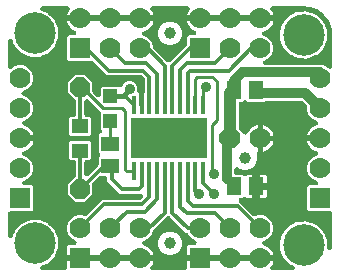
<source format=gbr>
G04 EAGLE Gerber RS-274X export*
G75*
%MOMM*%
%FSLAX34Y34*%
%LPD*%
%INTop Copper*%
%IPPOS*%
%AMOC8*
5,1,8,0,0,1.08239X$1,22.5*%
G01*
%ADD10C,1.778000*%
%ADD11R,1.778000X1.778000*%
%ADD12C,3.516000*%
%ADD13C,1.000000*%
%ADD14R,1.300000X1.500000*%
%ADD15R,1.200000X1.200000*%
%ADD16R,1.500000X1.300000*%
%ADD17R,0.300000X1.550000*%
%ADD18R,6.500000X3.400000*%
%ADD19C,0.304800*%
%ADD20P,1.814519X8X292.500000*%
%ADD21R,1.400000X1.200000*%
%ADD22P,1.924489X8X202.500000*%
%ADD23C,0.254000*%
%ADD24C,0.812800*%
%ADD25C,0.906400*%
%ADD26C,1.016000*%
%ADD27C,0.609600*%
%ADD28C,0.406400*%

G36*
X50056Y2543D02*
X50056Y2543D01*
X50074Y2541D01*
X50256Y2562D01*
X50439Y2581D01*
X50456Y2586D01*
X50473Y2588D01*
X50648Y2645D01*
X50824Y2699D01*
X50839Y2707D01*
X50856Y2713D01*
X51016Y2803D01*
X51178Y2891D01*
X51191Y2902D01*
X51207Y2911D01*
X51346Y3031D01*
X51487Y3148D01*
X51498Y3162D01*
X51512Y3174D01*
X51624Y3319D01*
X51739Y3462D01*
X51747Y3478D01*
X51758Y3492D01*
X51840Y3657D01*
X51925Y3819D01*
X51930Y3836D01*
X51938Y3852D01*
X51985Y4030D01*
X52036Y4206D01*
X52038Y4224D01*
X52042Y4241D01*
X52069Y4572D01*
X52069Y10201D01*
X63032Y10201D01*
X63050Y10202D01*
X63067Y10201D01*
X63250Y10222D01*
X63432Y10241D01*
X63449Y10246D01*
X63467Y10248D01*
X63508Y10261D01*
X63602Y10234D01*
X63620Y10232D01*
X63637Y10228D01*
X63968Y10201D01*
X88432Y10201D01*
X88450Y10202D01*
X88467Y10201D01*
X88650Y10222D01*
X88832Y10241D01*
X88849Y10246D01*
X88867Y10248D01*
X88908Y10261D01*
X89002Y10234D01*
X89020Y10232D01*
X89037Y10228D01*
X89368Y10201D01*
X113832Y10201D01*
X113850Y10202D01*
X113867Y10201D01*
X114050Y10222D01*
X114232Y10241D01*
X114249Y10246D01*
X114267Y10248D01*
X114308Y10261D01*
X114402Y10234D01*
X114420Y10232D01*
X114437Y10228D01*
X114768Y10201D01*
X125477Y10201D01*
X125449Y10023D01*
X124893Y8312D01*
X124076Y6709D01*
X123391Y5766D01*
X123366Y5722D01*
X123333Y5682D01*
X123264Y5548D01*
X123188Y5418D01*
X123171Y5370D01*
X123148Y5325D01*
X123106Y5180D01*
X123057Y5038D01*
X123051Y4987D01*
X123037Y4938D01*
X123024Y4788D01*
X123004Y4638D01*
X123008Y4587D01*
X123004Y4536D01*
X123021Y4387D01*
X123031Y4237D01*
X123045Y4187D01*
X123051Y4137D01*
X123097Y3993D01*
X123137Y3848D01*
X123160Y3802D01*
X123175Y3754D01*
X123249Y3623D01*
X123317Y3488D01*
X123348Y3448D01*
X123373Y3403D01*
X123472Y3289D01*
X123564Y3171D01*
X123603Y3137D01*
X123636Y3098D01*
X123755Y3006D01*
X123870Y2908D01*
X123914Y2883D01*
X123955Y2852D01*
X124089Y2785D01*
X124221Y2711D01*
X124269Y2695D01*
X124315Y2672D01*
X124460Y2633D01*
X124604Y2587D01*
X124654Y2581D01*
X124704Y2568D01*
X124934Y2549D01*
X125004Y2541D01*
X125017Y2542D01*
X125035Y2541D01*
X151638Y2541D01*
X151656Y2543D01*
X151674Y2541D01*
X151856Y2562D01*
X152039Y2581D01*
X152056Y2586D01*
X152073Y2588D01*
X152248Y2645D01*
X152424Y2699D01*
X152439Y2707D01*
X152456Y2713D01*
X152616Y2803D01*
X152778Y2891D01*
X152791Y2902D01*
X152807Y2911D01*
X152946Y3031D01*
X153087Y3148D01*
X153098Y3162D01*
X153112Y3174D01*
X153224Y3319D01*
X153339Y3462D01*
X153347Y3478D01*
X153358Y3492D01*
X153440Y3657D01*
X153525Y3819D01*
X153530Y3836D01*
X153538Y3852D01*
X153585Y4030D01*
X153636Y4206D01*
X153638Y4224D01*
X153642Y4241D01*
X153669Y4572D01*
X153669Y10201D01*
X164632Y10201D01*
X164650Y10202D01*
X164667Y10201D01*
X164850Y10222D01*
X165032Y10241D01*
X165049Y10246D01*
X165067Y10248D01*
X165108Y10261D01*
X165202Y10234D01*
X165220Y10232D01*
X165237Y10228D01*
X165568Y10201D01*
X190032Y10201D01*
X190050Y10202D01*
X190067Y10201D01*
X190250Y10222D01*
X190432Y10241D01*
X190449Y10246D01*
X190467Y10248D01*
X190508Y10261D01*
X190602Y10234D01*
X190620Y10232D01*
X190637Y10228D01*
X190968Y10201D01*
X215432Y10201D01*
X215450Y10202D01*
X215467Y10201D01*
X215650Y10222D01*
X215832Y10241D01*
X215849Y10246D01*
X215867Y10248D01*
X215908Y10261D01*
X216002Y10234D01*
X216020Y10232D01*
X216037Y10228D01*
X216368Y10201D01*
X227077Y10201D01*
X227049Y10023D01*
X226493Y8312D01*
X225676Y6709D01*
X224991Y5766D01*
X224966Y5722D01*
X224933Y5682D01*
X224864Y5548D01*
X224788Y5418D01*
X224771Y5370D01*
X224748Y5325D01*
X224706Y5180D01*
X224657Y5038D01*
X224651Y4987D01*
X224637Y4938D01*
X224624Y4788D01*
X224604Y4638D01*
X224608Y4587D01*
X224604Y4536D01*
X224621Y4387D01*
X224631Y4237D01*
X224645Y4187D01*
X224651Y4137D01*
X224697Y3993D01*
X224737Y3848D01*
X224760Y3802D01*
X224775Y3754D01*
X224849Y3623D01*
X224917Y3488D01*
X224948Y3448D01*
X224973Y3403D01*
X225072Y3289D01*
X225164Y3171D01*
X225203Y3137D01*
X225236Y3098D01*
X225355Y3006D01*
X225470Y2908D01*
X225514Y2883D01*
X225555Y2852D01*
X225689Y2785D01*
X225821Y2711D01*
X225869Y2695D01*
X225915Y2672D01*
X226060Y2633D01*
X226204Y2587D01*
X226254Y2581D01*
X226304Y2568D01*
X226534Y2549D01*
X226604Y2541D01*
X226617Y2542D01*
X226635Y2541D01*
X243191Y2541D01*
X243264Y2548D01*
X243338Y2546D01*
X243464Y2568D01*
X243592Y2581D01*
X243662Y2602D01*
X243734Y2615D01*
X243854Y2661D01*
X243977Y2699D01*
X244042Y2734D01*
X244110Y2760D01*
X244218Y2829D01*
X244331Y2891D01*
X244387Y2937D01*
X244449Y2977D01*
X244542Y3066D01*
X244640Y3148D01*
X244686Y3205D01*
X244739Y3256D01*
X244812Y3362D01*
X244893Y3462D01*
X244926Y3527D01*
X244968Y3587D01*
X245019Y3705D01*
X245078Y3819D01*
X245098Y3890D01*
X245127Y3957D01*
X245154Y4083D01*
X245190Y4206D01*
X245196Y4279D01*
X245211Y4351D01*
X245212Y4479D01*
X245222Y4608D01*
X245214Y4680D01*
X245215Y4754D01*
X245190Y4880D01*
X245176Y5007D01*
X245153Y5077D01*
X245139Y5149D01*
X245091Y5268D01*
X245051Y5390D01*
X245015Y5454D01*
X244987Y5522D01*
X244916Y5629D01*
X244853Y5741D01*
X244805Y5796D01*
X244764Y5857D01*
X244674Y5948D01*
X244590Y6045D01*
X244532Y6090D01*
X244480Y6142D01*
X244340Y6239D01*
X244272Y6292D01*
X244242Y6307D01*
X244207Y6331D01*
X243706Y6620D01*
X243627Y6656D01*
X243468Y6738D01*
X241620Y7503D01*
X241049Y8075D01*
X240972Y8138D01*
X240901Y8209D01*
X240799Y8279D01*
X240737Y8330D01*
X240689Y8355D01*
X240628Y8397D01*
X239270Y9181D01*
X237579Y11509D01*
X237550Y11541D01*
X237372Y11751D01*
X236103Y13020D01*
X235694Y14008D01*
X235659Y14073D01*
X235633Y14141D01*
X235545Y14286D01*
X235504Y14363D01*
X235483Y14389D01*
X235461Y14425D01*
X234354Y15948D01*
X233827Y18427D01*
X233821Y18446D01*
X233818Y18466D01*
X233717Y18782D01*
X233117Y20229D01*
X233117Y21552D01*
X233113Y21598D01*
X233115Y21645D01*
X233083Y21894D01*
X233077Y21952D01*
X233074Y21962D01*
X233073Y21974D01*
X232615Y24130D01*
X233073Y26286D01*
X233078Y26332D01*
X233090Y26377D01*
X233111Y26627D01*
X233117Y26686D01*
X233116Y26696D01*
X233117Y26708D01*
X233117Y28031D01*
X233717Y29478D01*
X233723Y29498D01*
X233732Y29516D01*
X233827Y29833D01*
X234354Y32312D01*
X235461Y33835D01*
X235498Y33898D01*
X235505Y33908D01*
X235523Y33931D01*
X235525Y33934D01*
X235542Y33957D01*
X235620Y34108D01*
X235664Y34183D01*
X235675Y34214D01*
X235694Y34252D01*
X236103Y35240D01*
X237372Y36509D01*
X237399Y36542D01*
X237579Y36751D01*
X239270Y39079D01*
X240628Y39863D01*
X240709Y39921D01*
X240796Y39971D01*
X240890Y40051D01*
X240955Y40097D01*
X240992Y40138D01*
X241049Y40185D01*
X241620Y40757D01*
X243468Y41522D01*
X243544Y41563D01*
X243706Y41640D01*
X246514Y43261D01*
X247764Y43392D01*
X247888Y43418D01*
X248013Y43434D01*
X248097Y43461D01*
X248158Y43474D01*
X248226Y43503D01*
X248329Y43536D01*
X248829Y43743D01*
X250992Y43743D01*
X251074Y43751D01*
X251205Y43754D01*
X254833Y44135D01*
X255734Y43842D01*
X255884Y43810D01*
X256031Y43770D01*
X256086Y43765D01*
X256128Y43756D01*
X256214Y43755D01*
X256362Y43743D01*
X256631Y43743D01*
X258707Y42883D01*
X258771Y42864D01*
X258857Y42828D01*
X262788Y41550D01*
X263264Y41121D01*
X263408Y41016D01*
X263551Y40906D01*
X263573Y40895D01*
X263589Y40883D01*
X263660Y40850D01*
X263838Y40758D01*
X265346Y39251D01*
X265381Y39222D01*
X265423Y39178D01*
X269004Y35954D01*
X269140Y35647D01*
X269142Y35643D01*
X269144Y35639D01*
X269246Y35461D01*
X269316Y35339D01*
X269819Y34123D01*
X269831Y34102D01*
X269840Y34074D01*
X272406Y28312D01*
X272406Y21728D01*
X272414Y21644D01*
X272413Y21559D01*
X272434Y21444D01*
X272446Y21327D01*
X272470Y21246D01*
X272486Y21163D01*
X272529Y21055D01*
X272564Y20942D01*
X272604Y20868D01*
X272635Y20790D01*
X272700Y20691D01*
X272756Y20588D01*
X272810Y20523D01*
X272856Y20453D01*
X272938Y20369D01*
X273013Y20279D01*
X273079Y20226D01*
X273138Y20166D01*
X273236Y20100D01*
X273327Y20027D01*
X273402Y19988D01*
X273472Y19940D01*
X273580Y19895D01*
X273684Y19841D01*
X273765Y19818D01*
X273843Y19785D01*
X273959Y19762D01*
X274071Y19730D01*
X274155Y19723D01*
X274238Y19706D01*
X274356Y19706D01*
X274473Y19697D01*
X274556Y19707D01*
X274641Y19707D01*
X274756Y19730D01*
X274872Y19744D01*
X274953Y19770D01*
X275035Y19787D01*
X275144Y19832D01*
X275255Y19868D01*
X275329Y19910D01*
X275407Y19943D01*
X275504Y20009D01*
X275606Y20066D01*
X275670Y20122D01*
X275740Y20169D01*
X275822Y20253D01*
X275911Y20330D01*
X275962Y20396D01*
X276021Y20456D01*
X276085Y20555D01*
X276157Y20648D01*
X276195Y20723D01*
X276241Y20794D01*
X276298Y20931D01*
X276337Y21008D01*
X276348Y21049D01*
X276369Y21100D01*
X276503Y21514D01*
X276519Y21586D01*
X276544Y21655D01*
X276571Y21823D01*
X276589Y21908D01*
X276590Y21941D01*
X276597Y21982D01*
X276853Y25241D01*
X276852Y25307D01*
X276859Y25400D01*
X276859Y50546D01*
X276857Y50564D01*
X276859Y50582D01*
X276838Y50764D01*
X276819Y50947D01*
X276814Y50964D01*
X276812Y50981D01*
X276755Y51155D01*
X276701Y51332D01*
X276693Y51347D01*
X276687Y51364D01*
X276597Y51524D01*
X276509Y51686D01*
X276498Y51699D01*
X276489Y51715D01*
X276369Y51854D01*
X276252Y51995D01*
X276238Y52006D01*
X276226Y52020D01*
X276081Y52132D01*
X275938Y52247D01*
X275922Y52255D01*
X275908Y52266D01*
X275743Y52348D01*
X275581Y52433D01*
X275564Y52438D01*
X275548Y52446D01*
X275369Y52493D01*
X275194Y52544D01*
X275176Y52546D01*
X275159Y52550D01*
X274828Y52577D01*
X256968Y52577D01*
X255777Y53768D01*
X255777Y73232D01*
X256968Y74423D01*
X262897Y74423D01*
X262901Y74423D01*
X262906Y74423D01*
X263100Y74443D01*
X263298Y74463D01*
X263302Y74464D01*
X263306Y74464D01*
X263492Y74522D01*
X263682Y74581D01*
X263686Y74583D01*
X263691Y74584D01*
X263862Y74678D01*
X264037Y74773D01*
X264040Y74775D01*
X264044Y74778D01*
X264195Y74905D01*
X264346Y75030D01*
X264349Y75034D01*
X264352Y75037D01*
X264475Y75191D01*
X264598Y75344D01*
X264600Y75348D01*
X264603Y75351D01*
X264693Y75527D01*
X264784Y75701D01*
X264785Y75706D01*
X264787Y75710D01*
X264840Y75898D01*
X264895Y76088D01*
X264895Y76093D01*
X264897Y76097D01*
X264912Y76290D01*
X264928Y76490D01*
X264927Y76494D01*
X264928Y76498D01*
X264904Y76691D01*
X264881Y76889D01*
X264880Y76894D01*
X264879Y76898D01*
X264817Y77084D01*
X264756Y77272D01*
X264754Y77276D01*
X264753Y77280D01*
X264655Y77452D01*
X264558Y77623D01*
X264555Y77626D01*
X264553Y77630D01*
X264423Y77779D01*
X264295Y77927D01*
X264292Y77930D01*
X264289Y77934D01*
X264133Y78054D01*
X263977Y78174D01*
X263973Y78176D01*
X263969Y78179D01*
X263674Y78331D01*
X260513Y79640D01*
X257440Y82713D01*
X255777Y86727D01*
X255777Y91073D01*
X257440Y95087D01*
X260513Y98160D01*
X263721Y99489D01*
X263800Y99531D01*
X263882Y99564D01*
X263977Y99626D01*
X264076Y99679D01*
X264145Y99736D01*
X264219Y99784D01*
X264300Y99864D01*
X264387Y99936D01*
X264443Y100005D01*
X264506Y100067D01*
X264569Y100160D01*
X264640Y100248D01*
X264682Y100327D01*
X264731Y100400D01*
X264775Y100505D01*
X264828Y100605D01*
X264852Y100690D01*
X264887Y100772D01*
X264909Y100883D01*
X264941Y100991D01*
X264948Y101080D01*
X264966Y101167D01*
X264966Y101280D01*
X264975Y101392D01*
X264965Y101480D01*
X264965Y101569D01*
X264943Y101680D01*
X264930Y101792D01*
X264903Y101877D01*
X264885Y101964D01*
X264841Y102068D01*
X264807Y102176D01*
X264764Y102253D01*
X264729Y102335D01*
X264666Y102428D01*
X264611Y102527D01*
X264553Y102595D01*
X264503Y102668D01*
X264422Y102747D01*
X264349Y102833D01*
X264279Y102888D01*
X264215Y102950D01*
X264121Y103012D01*
X264032Y103081D01*
X263952Y103121D01*
X263878Y103169D01*
X263747Y103224D01*
X263672Y103262D01*
X263628Y103274D01*
X263572Y103297D01*
X262312Y103707D01*
X260709Y104524D01*
X259253Y105581D01*
X257981Y106853D01*
X256924Y108309D01*
X256107Y109912D01*
X255551Y111623D01*
X255523Y111801D01*
X266232Y111801D01*
X266250Y111802D01*
X266267Y111801D01*
X266450Y111822D01*
X266632Y111841D01*
X266649Y111846D01*
X266667Y111848D01*
X266842Y111905D01*
X267017Y111959D01*
X267033Y111967D01*
X267050Y111973D01*
X267210Y112063D01*
X267371Y112150D01*
X267385Y112162D01*
X267401Y112171D01*
X267540Y112291D01*
X267681Y112408D01*
X267692Y112422D01*
X267705Y112434D01*
X267818Y112579D01*
X267933Y112722D01*
X267941Y112738D01*
X267952Y112752D01*
X268034Y112917D01*
X268118Y113079D01*
X268123Y113096D01*
X268131Y113112D01*
X268179Y113291D01*
X268230Y113466D01*
X268231Y113484D01*
X268236Y113501D01*
X268263Y113832D01*
X268263Y114768D01*
X268261Y114786D01*
X268263Y114804D01*
X268241Y114986D01*
X268223Y115169D01*
X268218Y115186D01*
X268216Y115203D01*
X268159Y115378D01*
X268105Y115554D01*
X268097Y115569D01*
X268091Y115586D01*
X268001Y115746D01*
X267913Y115908D01*
X267902Y115921D01*
X267893Y115937D01*
X267773Y116076D01*
X267655Y116217D01*
X267642Y116228D01*
X267630Y116242D01*
X267485Y116354D01*
X267342Y116469D01*
X267326Y116477D01*
X267312Y116488D01*
X267147Y116570D01*
X266984Y116655D01*
X266967Y116660D01*
X266951Y116668D01*
X266773Y116715D01*
X266598Y116766D01*
X266580Y116768D01*
X266563Y116772D01*
X266232Y116799D01*
X255523Y116799D01*
X255551Y116977D01*
X256107Y118688D01*
X256924Y120291D01*
X257981Y121747D01*
X259253Y123019D01*
X260709Y124076D01*
X262312Y124893D01*
X263572Y125303D01*
X263653Y125338D01*
X263738Y125365D01*
X263837Y125419D01*
X263941Y125464D01*
X264013Y125515D01*
X264091Y125558D01*
X264178Y125631D01*
X264270Y125696D01*
X264331Y125760D01*
X264399Y125817D01*
X264470Y125905D01*
X264548Y125987D01*
X264595Y126063D01*
X264650Y126132D01*
X264702Y126233D01*
X264762Y126328D01*
X264794Y126411D01*
X264834Y126490D01*
X264865Y126599D01*
X264905Y126704D01*
X264920Y126792D01*
X264944Y126877D01*
X264953Y126990D01*
X264971Y127102D01*
X264968Y127190D01*
X264975Y127279D01*
X264961Y127391D01*
X264957Y127504D01*
X264937Y127591D01*
X264926Y127679D01*
X264891Y127786D01*
X264865Y127896D01*
X264828Y127977D01*
X264800Y128061D01*
X264744Y128159D01*
X264697Y128262D01*
X264644Y128333D01*
X264600Y128410D01*
X264526Y128496D01*
X264460Y128587D01*
X264394Y128647D01*
X264336Y128714D01*
X264246Y128783D01*
X264163Y128859D01*
X264087Y128905D01*
X264017Y128959D01*
X263891Y129024D01*
X263819Y129068D01*
X263775Y129083D01*
X263721Y129111D01*
X260513Y130440D01*
X257440Y133513D01*
X255777Y137527D01*
X255777Y141159D01*
X255775Y141186D01*
X255777Y141213D01*
X255755Y141386D01*
X255737Y141560D01*
X255730Y141585D01*
X255726Y141612D01*
X255671Y141778D01*
X255619Y141945D01*
X255606Y141968D01*
X255598Y141994D01*
X255511Y142145D01*
X255427Y142299D01*
X255410Y142319D01*
X255397Y142343D01*
X255182Y142596D01*
X252070Y145708D01*
X252049Y145725D01*
X252031Y145746D01*
X251893Y145853D01*
X251758Y145963D01*
X251734Y145976D01*
X251713Y145992D01*
X251556Y146070D01*
X251402Y146152D01*
X251377Y146160D01*
X251353Y146172D01*
X251183Y146217D01*
X251016Y146267D01*
X250990Y146269D01*
X250964Y146276D01*
X250633Y146303D01*
X221779Y146303D01*
X221753Y146301D01*
X221726Y146303D01*
X221552Y146281D01*
X221379Y146263D01*
X221353Y146256D01*
X221327Y146252D01*
X221161Y146197D01*
X220994Y146145D01*
X220970Y146132D01*
X220945Y146124D01*
X220793Y146037D01*
X220640Y145953D01*
X220619Y145936D01*
X220596Y145923D01*
X220343Y145708D01*
X220042Y145407D01*
X205358Y145407D01*
X204636Y146129D01*
X204623Y146140D01*
X204611Y146154D01*
X204466Y146268D01*
X204325Y146384D01*
X204309Y146392D01*
X204295Y146403D01*
X204131Y146487D01*
X203969Y146573D01*
X203952Y146578D01*
X203936Y146586D01*
X203759Y146635D01*
X203583Y146687D01*
X203565Y146689D01*
X203548Y146694D01*
X203365Y146707D01*
X203182Y146724D01*
X203164Y146722D01*
X203147Y146723D01*
X202965Y146700D01*
X202782Y146680D01*
X202765Y146675D01*
X202747Y146673D01*
X202574Y146615D01*
X202398Y146559D01*
X202382Y146550D01*
X202366Y146545D01*
X202207Y146453D01*
X202046Y146364D01*
X202032Y146353D01*
X202017Y146344D01*
X201764Y146129D01*
X201042Y145407D01*
X199644Y145407D01*
X199626Y145405D01*
X199608Y145407D01*
X199426Y145386D01*
X199243Y145367D01*
X199226Y145362D01*
X199209Y145360D01*
X199034Y145303D01*
X198858Y145249D01*
X198843Y145241D01*
X198826Y145235D01*
X198666Y145145D01*
X198504Y145057D01*
X198491Y145046D01*
X198475Y145037D01*
X198336Y144917D01*
X198195Y144800D01*
X198184Y144786D01*
X198170Y144774D01*
X198058Y144629D01*
X197943Y144486D01*
X197935Y144470D01*
X197924Y144456D01*
X197842Y144291D01*
X197757Y144129D01*
X197752Y144112D01*
X197744Y144096D01*
X197697Y143917D01*
X197646Y143742D01*
X197644Y143724D01*
X197640Y143707D01*
X197613Y143376D01*
X197613Y123476D01*
X197615Y123449D01*
X197613Y123422D01*
X197635Y123248D01*
X197653Y123075D01*
X197660Y123050D01*
X197664Y123023D01*
X197720Y122857D01*
X197771Y122690D01*
X197784Y122667D01*
X197792Y122641D01*
X197879Y122490D01*
X197963Y122336D01*
X197980Y122316D01*
X197993Y122292D01*
X198208Y122039D01*
X201660Y118587D01*
X201693Y118514D01*
X201737Y118453D01*
X201773Y118386D01*
X201853Y118289D01*
X201927Y118186D01*
X201982Y118135D01*
X202030Y118077D01*
X202129Y117998D01*
X202221Y117912D01*
X202285Y117872D01*
X202344Y117825D01*
X202456Y117767D01*
X202564Y117700D01*
X202635Y117674D01*
X202701Y117639D01*
X202823Y117604D01*
X202941Y117560D01*
X203016Y117549D01*
X203088Y117528D01*
X203214Y117517D01*
X203339Y117498D01*
X203414Y117501D01*
X203490Y117495D01*
X203615Y117510D01*
X203741Y117515D01*
X203815Y117533D01*
X203889Y117542D01*
X204009Y117581D01*
X204132Y117611D01*
X204200Y117643D01*
X204272Y117667D01*
X204382Y117729D01*
X204497Y117783D01*
X204557Y117827D01*
X204623Y117865D01*
X204718Y117947D01*
X204820Y118022D01*
X204870Y118078D01*
X204927Y118128D01*
X205005Y118227D01*
X205090Y118321D01*
X205136Y118396D01*
X205174Y118446D01*
X205207Y118512D01*
X205264Y118604D01*
X206123Y120291D01*
X207181Y121747D01*
X208453Y123019D01*
X209909Y124076D01*
X211512Y124893D01*
X213223Y125449D01*
X213869Y125551D01*
X213869Y114300D01*
X213869Y102545D01*
X213821Y102519D01*
X213811Y102511D01*
X213799Y102504D01*
X213656Y102382D01*
X213512Y102262D01*
X213504Y102251D01*
X213493Y102242D01*
X213377Y102095D01*
X213260Y101948D01*
X213253Y101936D01*
X213245Y101925D01*
X213160Y101757D01*
X213074Y101591D01*
X213070Y101578D01*
X213064Y101566D01*
X213015Y101384D01*
X212963Y101204D01*
X212962Y101190D01*
X212958Y101177D01*
X212945Y100991D01*
X212930Y100802D01*
X212931Y100789D01*
X212930Y100776D01*
X212955Y100589D01*
X212977Y100403D01*
X212981Y100390D01*
X212983Y100376D01*
X213084Y100061D01*
X213201Y99779D01*
X213201Y95801D01*
X211678Y92125D01*
X208865Y89312D01*
X205189Y87789D01*
X201211Y87789D01*
X197535Y89312D01*
X197524Y89322D01*
X197517Y89328D01*
X197512Y89335D01*
X197362Y89455D01*
X197213Y89578D01*
X197205Y89582D01*
X197198Y89587D01*
X197028Y89676D01*
X196857Y89766D01*
X196849Y89769D01*
X196841Y89773D01*
X196656Y89826D01*
X196471Y89881D01*
X196462Y89882D01*
X196454Y89884D01*
X196262Y89900D01*
X196070Y89917D01*
X196061Y89916D01*
X196052Y89917D01*
X195862Y89895D01*
X195670Y89874D01*
X195662Y89871D01*
X195653Y89870D01*
X195469Y89810D01*
X195286Y89753D01*
X195278Y89748D01*
X195270Y89745D01*
X195102Y89651D01*
X194934Y89558D01*
X194927Y89552D01*
X194919Y89548D01*
X194774Y89422D01*
X194627Y89297D01*
X194621Y89290D01*
X194614Y89284D01*
X194497Y89133D01*
X194377Y88981D01*
X194373Y88973D01*
X194368Y88966D01*
X194282Y88794D01*
X194195Y88622D01*
X194192Y88614D01*
X194188Y88606D01*
X194138Y88419D01*
X194087Y88235D01*
X194086Y88226D01*
X194084Y88217D01*
X194057Y87886D01*
X194057Y85224D01*
X194059Y85206D01*
X194057Y85188D01*
X194079Y85005D01*
X194097Y84823D01*
X194102Y84806D01*
X194104Y84789D01*
X194161Y84614D01*
X194215Y84438D01*
X194223Y84423D01*
X194229Y84406D01*
X194319Y84246D01*
X194407Y84084D01*
X194418Y84071D01*
X194427Y84055D01*
X194547Y83916D01*
X194664Y83775D01*
X194678Y83764D01*
X194690Y83750D01*
X194835Y83638D01*
X194978Y83523D01*
X194994Y83515D01*
X195008Y83504D01*
X195173Y83422D01*
X195335Y83337D01*
X195352Y83332D01*
X195368Y83324D01*
X195547Y83277D01*
X195722Y83226D01*
X195740Y83224D01*
X195757Y83220D01*
X196088Y83193D01*
X201042Y83193D01*
X201404Y82830D01*
X201418Y82819D01*
X201430Y82805D01*
X201574Y82692D01*
X201716Y82575D01*
X201732Y82567D01*
X201746Y82556D01*
X201911Y82472D01*
X202072Y82387D01*
X202089Y82381D01*
X202105Y82373D01*
X202282Y82324D01*
X202458Y82272D01*
X202475Y82270D01*
X202493Y82265D01*
X202676Y82252D01*
X202859Y82235D01*
X202876Y82237D01*
X202894Y82236D01*
X203076Y82259D01*
X203259Y82279D01*
X203276Y82284D01*
X203294Y82286D01*
X203467Y82345D01*
X203643Y82400D01*
X203658Y82409D01*
X203675Y82415D01*
X203835Y82507D01*
X203995Y82595D01*
X204009Y82607D01*
X204024Y82616D01*
X204277Y82830D01*
X204640Y83193D01*
X205219Y83528D01*
X205865Y83701D01*
X209451Y83701D01*
X209451Y74878D01*
X209452Y74860D01*
X209451Y74843D01*
X209472Y74660D01*
X209491Y74478D01*
X209496Y74461D01*
X209498Y74443D01*
X209555Y74268D01*
X209609Y74093D01*
X209617Y74077D01*
X209623Y74060D01*
X209713Y73900D01*
X209800Y73739D01*
X209812Y73725D01*
X209821Y73709D01*
X209866Y73657D01*
X209781Y73552D01*
X209773Y73536D01*
X209762Y73522D01*
X209680Y73357D01*
X209595Y73194D01*
X209590Y73177D01*
X209582Y73161D01*
X209534Y72983D01*
X209484Y72808D01*
X209482Y72790D01*
X209478Y72773D01*
X209451Y72442D01*
X209451Y63619D01*
X205865Y63619D01*
X205219Y63792D01*
X204640Y64127D01*
X204277Y64490D01*
X204263Y64501D01*
X204252Y64515D01*
X204107Y64629D01*
X203966Y64745D01*
X203950Y64753D01*
X203936Y64764D01*
X203771Y64848D01*
X203610Y64933D01*
X203593Y64939D01*
X203577Y64947D01*
X203400Y64996D01*
X203224Y65048D01*
X203206Y65050D01*
X203189Y65055D01*
X203006Y65068D01*
X202823Y65085D01*
X202805Y65083D01*
X202787Y65084D01*
X202606Y65061D01*
X202423Y65041D01*
X202406Y65036D01*
X202388Y65034D01*
X202215Y64975D01*
X202039Y64920D01*
X202023Y64911D01*
X202006Y64905D01*
X201847Y64813D01*
X201687Y64725D01*
X201673Y64713D01*
X201657Y64704D01*
X201404Y64490D01*
X201042Y64127D01*
X199807Y64127D01*
X199798Y64126D01*
X199789Y64127D01*
X199595Y64106D01*
X199406Y64087D01*
X199398Y64085D01*
X199389Y64084D01*
X199204Y64025D01*
X199021Y63969D01*
X199013Y63965D01*
X199005Y63962D01*
X198836Y63869D01*
X198667Y63777D01*
X198660Y63772D01*
X198652Y63767D01*
X198505Y63642D01*
X198358Y63520D01*
X198352Y63513D01*
X198345Y63507D01*
X198226Y63355D01*
X198105Y63206D01*
X198101Y63198D01*
X198096Y63191D01*
X198008Y63018D01*
X197920Y62849D01*
X197917Y62840D01*
X197913Y62832D01*
X197861Y62646D01*
X197809Y62462D01*
X197808Y62453D01*
X197805Y62444D01*
X197791Y62251D01*
X197776Y62060D01*
X197777Y62052D01*
X197776Y62043D01*
X197800Y61850D01*
X197823Y61661D01*
X197825Y61652D01*
X197826Y61643D01*
X197888Y61461D01*
X197947Y61278D01*
X197952Y61270D01*
X197955Y61262D01*
X198051Y61095D01*
X198145Y60927D01*
X198151Y60920D01*
X198156Y60913D01*
X198370Y60660D01*
X210137Y48893D01*
X210154Y48879D01*
X210169Y48862D01*
X210310Y48751D01*
X210449Y48638D01*
X210468Y48627D01*
X210486Y48614D01*
X210647Y48533D01*
X210804Y48449D01*
X210826Y48443D01*
X210846Y48433D01*
X211019Y48385D01*
X211190Y48334D01*
X211212Y48332D01*
X211234Y48326D01*
X211413Y48314D01*
X211591Y48298D01*
X211613Y48300D01*
X211636Y48299D01*
X211813Y48322D01*
X211991Y48341D01*
X212013Y48348D01*
X212035Y48351D01*
X212351Y48453D01*
X213727Y49023D01*
X218073Y49023D01*
X222087Y47360D01*
X225160Y44287D01*
X226823Y40273D01*
X226823Y35927D01*
X225160Y31913D01*
X222087Y28840D01*
X218879Y27511D01*
X218800Y27469D01*
X218718Y27436D01*
X218623Y27374D01*
X218524Y27321D01*
X218455Y27264D01*
X218381Y27216D01*
X218300Y27136D01*
X218213Y27064D01*
X218157Y26995D01*
X218094Y26933D01*
X218031Y26840D01*
X217960Y26752D01*
X217918Y26673D01*
X217869Y26600D01*
X217825Y26495D01*
X217772Y26395D01*
X217748Y26310D01*
X217713Y26228D01*
X217691Y26117D01*
X217659Y26009D01*
X217652Y25920D01*
X217634Y25833D01*
X217634Y25720D01*
X217625Y25608D01*
X217635Y25520D01*
X217635Y25431D01*
X217657Y25320D01*
X217670Y25208D01*
X217697Y25123D01*
X217715Y25036D01*
X217759Y24932D01*
X217793Y24824D01*
X217836Y24747D01*
X217871Y24665D01*
X217934Y24572D01*
X217989Y24473D01*
X218047Y24405D01*
X218097Y24332D01*
X218178Y24253D01*
X218251Y24167D01*
X218321Y24112D01*
X218385Y24050D01*
X218479Y23988D01*
X218568Y23919D01*
X218648Y23879D01*
X218722Y23831D01*
X218853Y23776D01*
X218928Y23738D01*
X218972Y23726D01*
X219028Y23703D01*
X220288Y23293D01*
X221891Y22476D01*
X223347Y21419D01*
X224619Y20147D01*
X225676Y18691D01*
X226493Y17088D01*
X227049Y15377D01*
X227077Y15199D01*
X216368Y15199D01*
X216350Y15197D01*
X216333Y15199D01*
X216150Y15178D01*
X215968Y15159D01*
X215951Y15154D01*
X215933Y15152D01*
X215892Y15139D01*
X215798Y15166D01*
X215780Y15168D01*
X215763Y15172D01*
X215432Y15199D01*
X190968Y15199D01*
X190950Y15197D01*
X190933Y15199D01*
X190750Y15178D01*
X190568Y15159D01*
X190551Y15154D01*
X190533Y15152D01*
X190492Y15139D01*
X190398Y15166D01*
X190380Y15168D01*
X190363Y15172D01*
X190032Y15199D01*
X165568Y15199D01*
X165550Y15197D01*
X165533Y15199D01*
X165350Y15178D01*
X165168Y15159D01*
X165151Y15154D01*
X165133Y15152D01*
X165092Y15139D01*
X164998Y15166D01*
X164980Y15168D01*
X164963Y15172D01*
X164632Y15199D01*
X153669Y15199D01*
X153669Y21925D01*
X153842Y22571D01*
X154177Y23150D01*
X154650Y23623D01*
X155229Y23958D01*
X155875Y24131D01*
X160071Y24131D01*
X160075Y24131D01*
X160079Y24131D01*
X160273Y24151D01*
X160471Y24171D01*
X160475Y24172D01*
X160480Y24172D01*
X160666Y24230D01*
X160856Y24289D01*
X160860Y24291D01*
X160864Y24292D01*
X161035Y24386D01*
X161210Y24481D01*
X161214Y24483D01*
X161217Y24486D01*
X161369Y24613D01*
X161519Y24738D01*
X161522Y24742D01*
X161526Y24745D01*
X161649Y24899D01*
X161772Y25052D01*
X161774Y25056D01*
X161777Y25059D01*
X161866Y25234D01*
X161957Y25409D01*
X161958Y25414D01*
X161960Y25418D01*
X162014Y25605D01*
X162069Y25796D01*
X162069Y25801D01*
X162070Y25805D01*
X162085Y25994D01*
X162101Y26198D01*
X162101Y26202D01*
X162101Y26206D01*
X162078Y26395D01*
X162055Y26597D01*
X162053Y26602D01*
X162053Y26606D01*
X161992Y26789D01*
X161930Y26980D01*
X161927Y26984D01*
X161926Y26988D01*
X161829Y27158D01*
X161732Y27331D01*
X161729Y27334D01*
X161727Y27338D01*
X161596Y27489D01*
X161469Y27635D01*
X161465Y27638D01*
X161462Y27642D01*
X161306Y27762D01*
X161151Y27882D01*
X161147Y27884D01*
X161143Y27887D01*
X160848Y28039D01*
X158913Y28840D01*
X155840Y31913D01*
X155270Y33289D01*
X155259Y33309D01*
X155253Y33330D01*
X155164Y33486D01*
X155080Y33644D01*
X155066Y33661D01*
X155055Y33681D01*
X154938Y33816D01*
X154823Y33955D01*
X154806Y33969D01*
X154791Y33986D01*
X154650Y34095D01*
X154511Y34208D01*
X154491Y34219D01*
X154473Y34232D01*
X154313Y34312D01*
X154154Y34395D01*
X154133Y34402D01*
X154113Y34412D01*
X153939Y34458D01*
X153768Y34508D01*
X153746Y34510D01*
X153724Y34516D01*
X153473Y34537D01*
X139866Y48144D01*
X139852Y48155D01*
X139841Y48169D01*
X139697Y48283D01*
X139555Y48399D01*
X139539Y48407D01*
X139525Y48418D01*
X139361Y48502D01*
X139199Y48587D01*
X139182Y48592D01*
X139166Y48601D01*
X138989Y48650D01*
X138813Y48702D01*
X138795Y48704D01*
X138778Y48709D01*
X138595Y48722D01*
X138412Y48739D01*
X138394Y48737D01*
X138377Y48738D01*
X138195Y48715D01*
X138012Y48695D01*
X137995Y48690D01*
X137977Y48688D01*
X137803Y48629D01*
X137628Y48574D01*
X137612Y48565D01*
X137596Y48559D01*
X137436Y48467D01*
X137276Y48379D01*
X137262Y48367D01*
X137247Y48358D01*
X136994Y48144D01*
X126072Y37222D01*
X125818Y36968D01*
X125801Y36947D01*
X125780Y36929D01*
X125673Y36792D01*
X125563Y36656D01*
X125550Y36633D01*
X125534Y36611D01*
X125456Y36454D01*
X125374Y36300D01*
X125366Y36275D01*
X125354Y36251D01*
X125350Y36235D01*
X123560Y31913D01*
X120487Y28840D01*
X120364Y28789D01*
X117278Y27511D01*
X117200Y27469D01*
X117118Y27436D01*
X117023Y27374D01*
X116924Y27321D01*
X116855Y27264D01*
X116781Y27216D01*
X116700Y27137D01*
X116613Y27064D01*
X116557Y26996D01*
X116494Y26933D01*
X116431Y26840D01*
X116360Y26752D01*
X116318Y26673D01*
X116269Y26600D01*
X116225Y26495D01*
X116172Y26395D01*
X116148Y26310D01*
X116113Y26228D01*
X116091Y26117D01*
X116059Y26009D01*
X116052Y25920D01*
X116034Y25833D01*
X116034Y25720D01*
X116025Y25608D01*
X116035Y25520D01*
X116035Y25431D01*
X116057Y25320D01*
X116070Y25208D01*
X116097Y25123D01*
X116115Y25036D01*
X116159Y24932D01*
X116193Y24824D01*
X116236Y24747D01*
X116271Y24665D01*
X116334Y24571D01*
X116389Y24473D01*
X116447Y24406D01*
X116497Y24332D01*
X116578Y24253D01*
X116651Y24167D01*
X116721Y24112D01*
X116785Y24050D01*
X116879Y23989D01*
X116968Y23919D01*
X117048Y23879D01*
X117122Y23831D01*
X117252Y23776D01*
X117328Y23738D01*
X117372Y23726D01*
X117428Y23703D01*
X118688Y23293D01*
X120291Y22476D01*
X121747Y21419D01*
X123019Y20147D01*
X124076Y18691D01*
X124893Y17088D01*
X125449Y15377D01*
X125477Y15199D01*
X114768Y15199D01*
X114750Y15197D01*
X114733Y15199D01*
X114550Y15178D01*
X114368Y15159D01*
X114351Y15154D01*
X114333Y15152D01*
X114292Y15139D01*
X114198Y15166D01*
X114180Y15168D01*
X114163Y15172D01*
X113832Y15199D01*
X89368Y15199D01*
X89350Y15197D01*
X89333Y15199D01*
X89150Y15178D01*
X88968Y15159D01*
X88951Y15154D01*
X88933Y15152D01*
X88892Y15139D01*
X88798Y15166D01*
X88780Y15168D01*
X88763Y15172D01*
X88432Y15199D01*
X63968Y15199D01*
X63950Y15197D01*
X63933Y15199D01*
X63750Y15178D01*
X63568Y15159D01*
X63551Y15154D01*
X63533Y15152D01*
X63492Y15139D01*
X63398Y15166D01*
X63380Y15168D01*
X63363Y15172D01*
X63032Y15199D01*
X52069Y15199D01*
X52069Y21925D01*
X52242Y22571D01*
X52577Y23150D01*
X53050Y23623D01*
X53629Y23958D01*
X54275Y24131D01*
X58471Y24131D01*
X58475Y24131D01*
X58479Y24131D01*
X58673Y24151D01*
X58871Y24171D01*
X58875Y24172D01*
X58880Y24172D01*
X59066Y24230D01*
X59256Y24289D01*
X59260Y24291D01*
X59264Y24292D01*
X59435Y24386D01*
X59610Y24481D01*
X59614Y24483D01*
X59617Y24486D01*
X59769Y24613D01*
X59919Y24738D01*
X59922Y24742D01*
X59926Y24745D01*
X60049Y24899D01*
X60172Y25052D01*
X60174Y25056D01*
X60177Y25059D01*
X60266Y25234D01*
X60357Y25409D01*
X60358Y25414D01*
X60360Y25418D01*
X60414Y25605D01*
X60469Y25796D01*
X60469Y25801D01*
X60470Y25805D01*
X60485Y25994D01*
X60501Y26198D01*
X60501Y26202D01*
X60501Y26206D01*
X60478Y26395D01*
X60455Y26597D01*
X60453Y26602D01*
X60453Y26606D01*
X60392Y26789D01*
X60330Y26980D01*
X60327Y26984D01*
X60326Y26988D01*
X60229Y27158D01*
X60132Y27331D01*
X60129Y27334D01*
X60127Y27338D01*
X59996Y27489D01*
X59869Y27635D01*
X59865Y27638D01*
X59862Y27642D01*
X59706Y27762D01*
X59551Y27882D01*
X59547Y27884D01*
X59543Y27887D01*
X59248Y28039D01*
X57313Y28840D01*
X54240Y31913D01*
X52577Y35927D01*
X52577Y40273D01*
X54240Y44287D01*
X57313Y47360D01*
X61327Y49023D01*
X65673Y49023D01*
X67049Y48453D01*
X67071Y48446D01*
X67090Y48436D01*
X67263Y48388D01*
X67435Y48336D01*
X67457Y48334D01*
X67478Y48328D01*
X67658Y48315D01*
X67835Y48298D01*
X67858Y48300D01*
X67880Y48299D01*
X68059Y48321D01*
X68236Y48340D01*
X68257Y48346D01*
X68279Y48349D01*
X68450Y48406D01*
X68620Y48459D01*
X68640Y48470D01*
X68661Y48477D01*
X68817Y48567D01*
X68973Y48653D01*
X68990Y48667D01*
X69010Y48678D01*
X69263Y48893D01*
X82347Y61977D01*
X113255Y61977D01*
X113282Y61979D01*
X113309Y61977D01*
X113482Y61999D01*
X113656Y62017D01*
X113681Y62024D01*
X113708Y62028D01*
X113874Y62084D01*
X114041Y62135D01*
X114064Y62147D01*
X114090Y62156D01*
X114241Y62243D01*
X114395Y62327D01*
X114415Y62344D01*
X114439Y62357D01*
X114692Y62572D01*
X116216Y64096D01*
X116221Y64103D01*
X116228Y64108D01*
X116349Y64259D01*
X116471Y64407D01*
X116475Y64415D01*
X116481Y64422D01*
X116569Y64592D01*
X116659Y64763D01*
X116662Y64772D01*
X116666Y64779D01*
X116719Y64964D01*
X116774Y65149D01*
X116775Y65158D01*
X116777Y65166D01*
X116793Y65357D01*
X116811Y65550D01*
X116810Y65559D01*
X116810Y65568D01*
X116788Y65757D01*
X116767Y65950D01*
X116764Y65959D01*
X116763Y65967D01*
X116704Y66149D01*
X116646Y66334D01*
X116641Y66342D01*
X116639Y66350D01*
X116544Y66517D01*
X116451Y66686D01*
X116445Y66693D01*
X116441Y66701D01*
X116316Y66846D01*
X116190Y66993D01*
X116183Y66999D01*
X116178Y67006D01*
X116027Y67122D01*
X115874Y67243D01*
X115866Y67247D01*
X115859Y67252D01*
X115689Y67337D01*
X115516Y67425D01*
X115507Y67428D01*
X115499Y67432D01*
X115313Y67481D01*
X115128Y67533D01*
X115119Y67534D01*
X115110Y67536D01*
X114779Y67563D01*
X97587Y67563D01*
X86613Y78537D01*
X86613Y80266D01*
X86611Y80284D01*
X86613Y80302D01*
X86592Y80484D01*
X86573Y80667D01*
X86568Y80684D01*
X86566Y80701D01*
X86509Y80876D01*
X86455Y81052D01*
X86447Y81067D01*
X86441Y81084D01*
X86351Y81244D01*
X86263Y81406D01*
X86252Y81419D01*
X86243Y81435D01*
X86123Y81574D01*
X86006Y81715D01*
X85992Y81726D01*
X85980Y81740D01*
X85835Y81852D01*
X85692Y81967D01*
X85676Y81975D01*
X85662Y81986D01*
X85497Y82068D01*
X85335Y82153D01*
X85318Y82158D01*
X85302Y82166D01*
X85123Y82213D01*
X84948Y82264D01*
X84930Y82266D01*
X84913Y82270D01*
X84582Y82297D01*
X80189Y82297D01*
X80163Y82295D01*
X80136Y82297D01*
X79962Y82275D01*
X79789Y82257D01*
X79763Y82250D01*
X79737Y82246D01*
X79571Y82191D01*
X79404Y82139D01*
X79380Y82126D01*
X79355Y82118D01*
X79203Y82031D01*
X79050Y81947D01*
X79029Y81930D01*
X79006Y81917D01*
X78753Y81702D01*
X74510Y77459D01*
X74493Y77438D01*
X74472Y77421D01*
X74365Y77283D01*
X74255Y77147D01*
X74242Y77124D01*
X74226Y77103D01*
X74148Y76946D01*
X74066Y76792D01*
X74058Y76766D01*
X74046Y76742D01*
X74001Y76573D01*
X73951Y76406D01*
X73949Y76379D01*
X73942Y76353D01*
X73915Y76023D01*
X73915Y66806D01*
X67814Y60705D01*
X59186Y60705D01*
X53085Y66806D01*
X53085Y75434D01*
X59348Y81697D01*
X59365Y81718D01*
X59386Y81735D01*
X59493Y81873D01*
X59603Y82008D01*
X59616Y82032D01*
X59632Y82053D01*
X59710Y82210D01*
X59792Y82364D01*
X59800Y82390D01*
X59812Y82414D01*
X59857Y82583D01*
X59907Y82750D01*
X59909Y82777D01*
X59916Y82803D01*
X59943Y83133D01*
X59943Y93982D01*
X59941Y94000D01*
X59943Y94018D01*
X59922Y94200D01*
X59903Y94383D01*
X59898Y94400D01*
X59896Y94417D01*
X59839Y94592D01*
X59785Y94768D01*
X59777Y94783D01*
X59771Y94800D01*
X59681Y94960D01*
X59593Y95122D01*
X59582Y95135D01*
X59573Y95151D01*
X59453Y95290D01*
X59336Y95431D01*
X59322Y95442D01*
X59310Y95456D01*
X59165Y95568D01*
X59022Y95683D01*
X59006Y95691D01*
X58992Y95702D01*
X58827Y95784D01*
X58665Y95869D01*
X58648Y95874D01*
X58632Y95882D01*
X58453Y95929D01*
X58278Y95980D01*
X58260Y95982D01*
X58243Y95986D01*
X57912Y96013D01*
X55658Y96013D01*
X54467Y97204D01*
X54467Y110888D01*
X55658Y112079D01*
X71342Y112079D01*
X72533Y110888D01*
X72533Y97204D01*
X71342Y96013D01*
X69088Y96013D01*
X69070Y96011D01*
X69052Y96013D01*
X68870Y95992D01*
X68687Y95973D01*
X68670Y95968D01*
X68653Y95966D01*
X68478Y95909D01*
X68302Y95855D01*
X68287Y95847D01*
X68270Y95841D01*
X68110Y95751D01*
X67948Y95663D01*
X67935Y95652D01*
X67919Y95643D01*
X67780Y95523D01*
X67639Y95406D01*
X67628Y95392D01*
X67614Y95380D01*
X67502Y95235D01*
X67387Y95092D01*
X67379Y95076D01*
X67368Y95062D01*
X67286Y94897D01*
X67201Y94735D01*
X67196Y94718D01*
X67188Y94702D01*
X67141Y94523D01*
X67090Y94348D01*
X67088Y94330D01*
X67084Y94313D01*
X67057Y93982D01*
X67057Y84251D01*
X67058Y84243D01*
X67057Y84234D01*
X67078Y84040D01*
X67097Y83851D01*
X67099Y83842D01*
X67100Y83833D01*
X67158Y83649D01*
X67215Y83466D01*
X67219Y83458D01*
X67222Y83449D01*
X67314Y83282D01*
X67407Y83112D01*
X67412Y83105D01*
X67417Y83097D01*
X67541Y82950D01*
X67664Y82803D01*
X67671Y82797D01*
X67677Y82790D01*
X67829Y82670D01*
X67978Y82550D01*
X67986Y82546D01*
X67993Y82541D01*
X68166Y82453D01*
X68335Y82365D01*
X68344Y82362D01*
X68352Y82358D01*
X68538Y82306D01*
X68722Y82253D01*
X68731Y82253D01*
X68740Y82250D01*
X68933Y82236D01*
X69124Y82220D01*
X69132Y82221D01*
X69141Y82221D01*
X69334Y82245D01*
X69523Y82267D01*
X69532Y82270D01*
X69541Y82271D01*
X69724Y82333D01*
X69906Y82392D01*
X69914Y82397D01*
X69922Y82399D01*
X70089Y82496D01*
X70257Y82590D01*
X70264Y82596D01*
X70271Y82600D01*
X70524Y82815D01*
X78772Y91063D01*
X78789Y91084D01*
X78810Y91101D01*
X78917Y91239D01*
X79027Y91375D01*
X79040Y91398D01*
X79056Y91419D01*
X79134Y91576D01*
X79216Y91730D01*
X79224Y91756D01*
X79236Y91780D01*
X79281Y91949D01*
X79331Y92116D01*
X79333Y92143D01*
X79340Y92169D01*
X79367Y92499D01*
X79367Y98172D01*
X80089Y98894D01*
X80100Y98907D01*
X80114Y98919D01*
X80228Y99064D01*
X80344Y99205D01*
X80352Y99221D01*
X80363Y99235D01*
X80447Y99399D01*
X80533Y99561D01*
X80538Y99578D01*
X80546Y99594D01*
X80595Y99771D01*
X80647Y99947D01*
X80649Y99965D01*
X80654Y99982D01*
X80667Y100165D01*
X80684Y100348D01*
X80682Y100366D01*
X80683Y100383D01*
X80660Y100565D01*
X80640Y100748D01*
X80635Y100765D01*
X80633Y100783D01*
X80575Y100956D01*
X80519Y101132D01*
X80510Y101148D01*
X80505Y101164D01*
X80413Y101323D01*
X80324Y101484D01*
X80313Y101498D01*
X80304Y101513D01*
X80089Y101766D01*
X79367Y102488D01*
X79367Y117172D01*
X80704Y118508D01*
X80744Y118521D01*
X80752Y118525D01*
X80761Y118528D01*
X80929Y118621D01*
X81098Y118713D01*
X81105Y118718D01*
X81113Y118723D01*
X81261Y118848D01*
X81408Y118970D01*
X81413Y118977D01*
X81420Y118983D01*
X81539Y119134D01*
X81660Y119284D01*
X81664Y119292D01*
X81670Y119299D01*
X81757Y119470D01*
X81845Y119641D01*
X81848Y119650D01*
X81852Y119658D01*
X81904Y119843D01*
X81957Y120028D01*
X81957Y120037D01*
X81960Y120046D01*
X81974Y120238D01*
X81990Y120430D01*
X81989Y120438D01*
X81989Y120447D01*
X81965Y120638D01*
X81943Y120829D01*
X81940Y120838D01*
X81939Y120847D01*
X81878Y121026D01*
X81818Y121212D01*
X81813Y121220D01*
X81811Y121228D01*
X81715Y121394D01*
X81620Y121563D01*
X81614Y121570D01*
X81610Y121577D01*
X81395Y121830D01*
X80867Y122358D01*
X80867Y135871D01*
X80865Y135897D01*
X80867Y135924D01*
X80845Y136098D01*
X80827Y136271D01*
X80820Y136297D01*
X80816Y136323D01*
X80760Y136489D01*
X80709Y136656D01*
X80696Y136680D01*
X80688Y136705D01*
X80601Y136857D01*
X80517Y137010D01*
X80500Y137031D01*
X80487Y137054D01*
X80272Y137307D01*
X70600Y146979D01*
X70586Y146990D01*
X70575Y147004D01*
X70431Y147118D01*
X70289Y147234D01*
X70273Y147242D01*
X70259Y147254D01*
X70094Y147337D01*
X69933Y147423D01*
X69916Y147428D01*
X69900Y147436D01*
X69722Y147485D01*
X69547Y147537D01*
X69529Y147539D01*
X69512Y147544D01*
X69329Y147557D01*
X69146Y147574D01*
X69128Y147572D01*
X69110Y147573D01*
X68929Y147550D01*
X68746Y147530D01*
X68729Y147525D01*
X68711Y147523D01*
X68537Y147464D01*
X68362Y147409D01*
X68346Y147400D01*
X68329Y147394D01*
X68169Y147302D01*
X68010Y147214D01*
X67996Y147203D01*
X67980Y147193D01*
X67727Y146979D01*
X67651Y146903D01*
X67635Y146882D01*
X67614Y146865D01*
X67507Y146727D01*
X67396Y146591D01*
X67384Y146568D01*
X67368Y146547D01*
X67290Y146390D01*
X67208Y146235D01*
X67200Y146210D01*
X67188Y146186D01*
X67143Y146016D01*
X67093Y145849D01*
X67091Y145823D01*
X67084Y145797D01*
X67057Y145467D01*
X67057Y134618D01*
X67059Y134600D01*
X67057Y134582D01*
X67078Y134400D01*
X67097Y134217D01*
X67102Y134200D01*
X67104Y134183D01*
X67161Y134008D01*
X67215Y133832D01*
X67223Y133817D01*
X67229Y133800D01*
X67319Y133640D01*
X67407Y133478D01*
X67418Y133465D01*
X67427Y133449D01*
X67547Y133310D01*
X67664Y133169D01*
X67678Y133158D01*
X67690Y133144D01*
X67835Y133032D01*
X67978Y132917D01*
X67994Y132909D01*
X68008Y132898D01*
X68173Y132816D01*
X68335Y132731D01*
X68352Y132726D01*
X68368Y132718D01*
X68547Y132671D01*
X68722Y132620D01*
X68740Y132618D01*
X68757Y132614D01*
X69088Y132587D01*
X71342Y132587D01*
X72533Y131396D01*
X72533Y117712D01*
X71342Y116521D01*
X55658Y116521D01*
X54467Y117712D01*
X54467Y131396D01*
X55658Y132587D01*
X57912Y132587D01*
X57930Y132589D01*
X57948Y132587D01*
X58130Y132608D01*
X58313Y132627D01*
X58330Y132632D01*
X58347Y132634D01*
X58522Y132691D01*
X58698Y132745D01*
X58713Y132753D01*
X58730Y132759D01*
X58890Y132849D01*
X59052Y132937D01*
X59065Y132948D01*
X59081Y132957D01*
X59220Y133077D01*
X59361Y133194D01*
X59372Y133208D01*
X59386Y133220D01*
X59498Y133365D01*
X59613Y133508D01*
X59621Y133524D01*
X59632Y133538D01*
X59714Y133703D01*
X59799Y133865D01*
X59804Y133882D01*
X59812Y133898D01*
X59859Y134077D01*
X59910Y134252D01*
X59912Y134270D01*
X59916Y134287D01*
X59943Y134618D01*
X59943Y145467D01*
X59941Y145493D01*
X59943Y145520D01*
X59921Y145694D01*
X59903Y145867D01*
X59896Y145893D01*
X59892Y145919D01*
X59837Y146085D01*
X59785Y146252D01*
X59772Y146276D01*
X59764Y146301D01*
X59677Y146453D01*
X59593Y146606D01*
X59576Y146627D01*
X59563Y146650D01*
X59348Y146903D01*
X53085Y153166D01*
X53085Y161794D01*
X59186Y167895D01*
X67814Y167895D01*
X73915Y161794D01*
X73915Y153847D01*
X73917Y153821D01*
X73915Y153794D01*
X73937Y153620D01*
X73955Y153447D01*
X73962Y153421D01*
X73966Y153395D01*
X74021Y153229D01*
X74073Y153062D01*
X74086Y153038D01*
X74094Y153013D01*
X74181Y152862D01*
X74265Y152708D01*
X74282Y152687D01*
X74295Y152664D01*
X74510Y152411D01*
X77400Y149521D01*
X77407Y149515D01*
X77412Y149509D01*
X77562Y149388D01*
X77711Y149266D01*
X77719Y149262D01*
X77726Y149256D01*
X77896Y149168D01*
X78067Y149077D01*
X78076Y149075D01*
X78083Y149071D01*
X78268Y149018D01*
X78453Y148963D01*
X78462Y148962D01*
X78470Y148959D01*
X78661Y148944D01*
X78854Y148926D01*
X78863Y148927D01*
X78872Y148926D01*
X79061Y148949D01*
X79254Y148970D01*
X79263Y148972D01*
X79271Y148973D01*
X79453Y149033D01*
X79638Y149091D01*
X79646Y149095D01*
X79654Y149098D01*
X79823Y149193D01*
X79990Y149286D01*
X79997Y149292D01*
X80005Y149296D01*
X80151Y149422D01*
X80297Y149546D01*
X80303Y149553D01*
X80310Y149559D01*
X80427Y149711D01*
X80547Y149862D01*
X80551Y149870D01*
X80556Y149877D01*
X80642Y150049D01*
X80729Y150221D01*
X80732Y150230D01*
X80736Y150238D01*
X80786Y150424D01*
X80837Y150609D01*
X80838Y150618D01*
X80840Y150627D01*
X80867Y150957D01*
X80867Y157042D01*
X82058Y158233D01*
X95742Y158233D01*
X95997Y157978D01*
X96007Y157969D01*
X96016Y157959D01*
X96163Y157842D01*
X96308Y157723D01*
X96320Y157717D01*
X96331Y157708D01*
X96498Y157622D01*
X96664Y157534D01*
X96677Y157530D01*
X96689Y157524D01*
X96869Y157473D01*
X97050Y157420D01*
X97063Y157418D01*
X97076Y157415D01*
X97262Y157400D01*
X97451Y157383D01*
X97464Y157385D01*
X97477Y157384D01*
X97662Y157406D01*
X97851Y157427D01*
X97864Y157431D01*
X97877Y157432D01*
X98054Y157491D01*
X98235Y157548D01*
X98247Y157555D01*
X98259Y157559D01*
X98423Y157652D01*
X98587Y157743D01*
X98597Y157751D01*
X98609Y157758D01*
X98752Y157882D01*
X98894Y158003D01*
X98903Y158014D01*
X98913Y158023D01*
X99027Y158171D01*
X99144Y158319D01*
X99150Y158331D01*
X99158Y158342D01*
X99310Y158637D01*
X99845Y159929D01*
X101691Y161775D01*
X104104Y162775D01*
X106716Y162775D01*
X109129Y161775D01*
X110975Y159929D01*
X111975Y157516D01*
X111975Y154622D01*
X111977Y154604D01*
X111975Y154586D01*
X111996Y154404D01*
X112015Y154221D01*
X112020Y154204D01*
X112022Y154187D01*
X112079Y154012D01*
X112133Y153836D01*
X112141Y153821D01*
X112147Y153804D01*
X112237Y153644D01*
X112325Y153482D01*
X112336Y153469D01*
X112345Y153453D01*
X112465Y153314D01*
X112582Y153173D01*
X112596Y153162D01*
X112608Y153148D01*
X112753Y153036D01*
X112896Y152921D01*
X112912Y152913D01*
X112926Y152902D01*
X113091Y152820D01*
X113253Y152735D01*
X113270Y152730D01*
X113286Y152722D01*
X113465Y152675D01*
X113640Y152624D01*
X113649Y152623D01*
X113649Y142300D01*
X113650Y142283D01*
X113649Y142265D01*
X113670Y142082D01*
X113688Y141900D01*
X113694Y141883D01*
X113696Y141865D01*
X113753Y141690D01*
X113807Y141515D01*
X113815Y141499D01*
X113821Y141482D01*
X113911Y141322D01*
X113998Y141161D01*
X114010Y141147D01*
X114019Y141132D01*
X114139Y140992D01*
X114256Y140852D01*
X114270Y140840D01*
X114282Y140827D01*
X114427Y140714D01*
X114570Y140599D01*
X114586Y140591D01*
X114600Y140580D01*
X114765Y140498D01*
X114927Y140414D01*
X114944Y140409D01*
X114960Y140401D01*
X115138Y140353D01*
X115314Y140302D01*
X115332Y140301D01*
X115349Y140296D01*
X115680Y140269D01*
X115698Y140271D01*
X115715Y140269D01*
X115716Y140269D01*
X115898Y140291D01*
X116081Y140309D01*
X116098Y140314D01*
X116116Y140316D01*
X116290Y140373D01*
X116466Y140427D01*
X116481Y140436D01*
X116498Y140441D01*
X116659Y140532D01*
X116820Y140619D01*
X116833Y140630D01*
X116849Y140639D01*
X116988Y140759D01*
X117129Y140877D01*
X117140Y140891D01*
X117154Y140902D01*
X117266Y141047D01*
X117381Y141190D01*
X117390Y141206D01*
X117400Y141220D01*
X117482Y141385D01*
X117567Y141548D01*
X117572Y141565D01*
X117580Y141581D01*
X117628Y141759D01*
X117678Y141935D01*
X117680Y141952D01*
X117684Y141970D01*
X117711Y142300D01*
X117711Y152930D01*
X117732Y152941D01*
X117745Y152952D01*
X117761Y152961D01*
X117900Y153081D01*
X118041Y153198D01*
X118052Y153212D01*
X118066Y153224D01*
X118178Y153369D01*
X118293Y153512D01*
X118301Y153528D01*
X118312Y153542D01*
X118394Y153707D01*
X118479Y153869D01*
X118484Y153886D01*
X118492Y153902D01*
X118539Y154081D01*
X118590Y154256D01*
X118592Y154274D01*
X118596Y154291D01*
X118623Y154622D01*
X118623Y163795D01*
X118621Y163822D01*
X118623Y163849D01*
X118601Y164023D01*
X118583Y164196D01*
X118576Y164221D01*
X118572Y164248D01*
X118517Y164413D01*
X118465Y164581D01*
X118452Y164604D01*
X118444Y164630D01*
X118357Y164781D01*
X118273Y164935D01*
X118256Y164955D01*
X118243Y164979D01*
X118028Y165232D01*
X115962Y167298D01*
X115941Y167315D01*
X115923Y167336D01*
X115786Y167443D01*
X115650Y167553D01*
X115627Y167566D01*
X115605Y167582D01*
X115448Y167660D01*
X115294Y167742D01*
X115269Y167750D01*
X115245Y167762D01*
X115075Y167807D01*
X114909Y167857D01*
X114882Y167859D01*
X114856Y167866D01*
X114525Y167893D01*
X86157Y167893D01*
X75068Y178982D01*
X75047Y178999D01*
X75029Y179020D01*
X74892Y179127D01*
X74756Y179237D01*
X74733Y179250D01*
X74711Y179266D01*
X74554Y179344D01*
X74400Y179426D01*
X74375Y179434D01*
X74351Y179446D01*
X74181Y179491D01*
X74015Y179541D01*
X73988Y179543D01*
X73962Y179550D01*
X73631Y179577D01*
X53768Y179577D01*
X52577Y180768D01*
X52577Y200232D01*
X53768Y201423D01*
X58274Y201423D01*
X58400Y201435D01*
X58526Y201438D01*
X58600Y201455D01*
X58675Y201463D01*
X58796Y201500D01*
X58919Y201528D01*
X58988Y201559D01*
X59060Y201581D01*
X59171Y201641D01*
X59286Y201693D01*
X59347Y201737D01*
X59414Y201773D01*
X59511Y201853D01*
X59614Y201927D01*
X59665Y201982D01*
X59723Y202030D01*
X59802Y202129D01*
X59888Y202221D01*
X59928Y202285D01*
X59975Y202344D01*
X60033Y202456D01*
X60100Y202564D01*
X60126Y202635D01*
X60161Y202701D01*
X60196Y202823D01*
X60240Y202941D01*
X60251Y203016D01*
X60272Y203088D01*
X60283Y203214D01*
X60302Y203339D01*
X60299Y203414D01*
X60305Y203490D01*
X60290Y203615D01*
X60285Y203741D01*
X60267Y203815D01*
X60258Y203889D01*
X60219Y204009D01*
X60189Y204132D01*
X60157Y204200D01*
X60133Y204272D01*
X60071Y204382D01*
X60017Y204497D01*
X59973Y204557D01*
X59935Y204623D01*
X59853Y204718D01*
X59778Y204820D01*
X59722Y204870D01*
X59672Y204927D01*
X59573Y205005D01*
X59479Y205090D01*
X59404Y205136D01*
X59354Y205174D01*
X59288Y205207D01*
X59196Y205264D01*
X57509Y206123D01*
X56053Y207181D01*
X54781Y208453D01*
X53724Y209909D01*
X52907Y211512D01*
X52351Y213223D01*
X52323Y213401D01*
X63032Y213401D01*
X63050Y213402D01*
X63067Y213401D01*
X63250Y213422D01*
X63432Y213441D01*
X63449Y213446D01*
X63467Y213448D01*
X63508Y213461D01*
X63602Y213434D01*
X63620Y213432D01*
X63637Y213428D01*
X63968Y213401D01*
X88432Y213401D01*
X88450Y213402D01*
X88467Y213401D01*
X88650Y213422D01*
X88832Y213441D01*
X88849Y213446D01*
X88867Y213448D01*
X88908Y213461D01*
X89002Y213434D01*
X89020Y213432D01*
X89037Y213428D01*
X89368Y213401D01*
X113832Y213401D01*
X113850Y213402D01*
X113867Y213401D01*
X114050Y213422D01*
X114232Y213441D01*
X114249Y213446D01*
X114267Y213448D01*
X114308Y213461D01*
X114402Y213434D01*
X114420Y213432D01*
X114437Y213428D01*
X114768Y213401D01*
X125477Y213401D01*
X125449Y213223D01*
X124893Y211512D01*
X124076Y209909D01*
X123019Y208453D01*
X121747Y207181D01*
X120291Y206124D01*
X118688Y205307D01*
X117428Y204897D01*
X117347Y204862D01*
X117262Y204835D01*
X117163Y204781D01*
X117059Y204736D01*
X116987Y204685D01*
X116909Y204642D01*
X116822Y204569D01*
X116730Y204504D01*
X116669Y204440D01*
X116601Y204383D01*
X116530Y204295D01*
X116452Y204213D01*
X116405Y204137D01*
X116350Y204068D01*
X116298Y203967D01*
X116238Y203872D01*
X116206Y203789D01*
X116166Y203710D01*
X116135Y203601D01*
X116095Y203496D01*
X116080Y203408D01*
X116056Y203323D01*
X116047Y203210D01*
X116029Y203098D01*
X116032Y203010D01*
X116025Y202921D01*
X116039Y202809D01*
X116043Y202696D01*
X116063Y202609D01*
X116074Y202521D01*
X116109Y202414D01*
X116135Y202304D01*
X116172Y202223D01*
X116200Y202139D01*
X116256Y202041D01*
X116303Y201938D01*
X116356Y201867D01*
X116400Y201790D01*
X116474Y201704D01*
X116540Y201613D01*
X116606Y201553D01*
X116664Y201486D01*
X116754Y201417D01*
X116837Y201341D01*
X116913Y201295D01*
X116983Y201241D01*
X117109Y201176D01*
X117181Y201132D01*
X117225Y201117D01*
X117279Y201089D01*
X120487Y199760D01*
X123560Y196687D01*
X125223Y192673D01*
X125223Y191799D01*
X125225Y191772D01*
X125223Y191745D01*
X125245Y191571D01*
X125263Y191398D01*
X125270Y191373D01*
X125274Y191346D01*
X125329Y191180D01*
X125381Y191013D01*
X125394Y190990D01*
X125402Y190964D01*
X125489Y190813D01*
X125573Y190659D01*
X125590Y190639D01*
X125603Y190615D01*
X125818Y190362D01*
X136994Y179186D01*
X137008Y179175D01*
X137019Y179161D01*
X137163Y179047D01*
X137305Y178931D01*
X137321Y178923D01*
X137335Y178912D01*
X137499Y178828D01*
X137661Y178743D01*
X137678Y178738D01*
X137694Y178729D01*
X137871Y178680D01*
X138047Y178628D01*
X138065Y178626D01*
X138082Y178621D01*
X138265Y178608D01*
X138448Y178591D01*
X138466Y178593D01*
X138483Y178592D01*
X138665Y178615D01*
X138848Y178635D01*
X138865Y178640D01*
X138883Y178642D01*
X139057Y178701D01*
X139232Y178756D01*
X139248Y178765D01*
X139264Y178771D01*
X139424Y178862D01*
X139584Y178951D01*
X139598Y178963D01*
X139613Y178972D01*
X139866Y179186D01*
X152058Y191378D01*
X153582Y192902D01*
X153599Y192923D01*
X153620Y192941D01*
X153727Y193078D01*
X153837Y193214D01*
X153850Y193237D01*
X153866Y193259D01*
X153944Y193416D01*
X154026Y193570D01*
X154034Y193595D01*
X154046Y193619D01*
X154091Y193789D01*
X154141Y193955D01*
X154143Y193982D01*
X154150Y194008D01*
X154177Y194339D01*
X154177Y200232D01*
X155368Y201423D01*
X159874Y201423D01*
X160000Y201435D01*
X160126Y201438D01*
X160200Y201455D01*
X160275Y201463D01*
X160396Y201500D01*
X160519Y201528D01*
X160588Y201559D01*
X160660Y201581D01*
X160771Y201641D01*
X160886Y201693D01*
X160947Y201737D01*
X161014Y201773D01*
X161111Y201853D01*
X161214Y201927D01*
X161265Y201982D01*
X161323Y202030D01*
X161402Y202129D01*
X161488Y202221D01*
X161528Y202285D01*
X161575Y202344D01*
X161633Y202456D01*
X161700Y202564D01*
X161726Y202635D01*
X161761Y202701D01*
X161796Y202823D01*
X161840Y202941D01*
X161851Y203016D01*
X161872Y203088D01*
X161883Y203214D01*
X161902Y203339D01*
X161899Y203414D01*
X161905Y203490D01*
X161890Y203615D01*
X161885Y203741D01*
X161867Y203815D01*
X161858Y203889D01*
X161819Y204009D01*
X161789Y204132D01*
X161757Y204200D01*
X161733Y204272D01*
X161671Y204382D01*
X161617Y204497D01*
X161573Y204557D01*
X161535Y204623D01*
X161453Y204718D01*
X161378Y204820D01*
X161322Y204870D01*
X161272Y204927D01*
X161173Y205005D01*
X161079Y205090D01*
X161004Y205136D01*
X160954Y205174D01*
X160888Y205207D01*
X160796Y205264D01*
X159109Y206123D01*
X157653Y207181D01*
X156381Y208453D01*
X155324Y209909D01*
X154507Y211512D01*
X153951Y213223D01*
X153923Y213401D01*
X164632Y213401D01*
X164650Y213402D01*
X164667Y213401D01*
X164850Y213422D01*
X165032Y213441D01*
X165049Y213446D01*
X165067Y213448D01*
X165108Y213461D01*
X165202Y213434D01*
X165220Y213432D01*
X165237Y213428D01*
X165568Y213401D01*
X190032Y213401D01*
X190050Y213402D01*
X190067Y213401D01*
X190250Y213422D01*
X190432Y213441D01*
X190449Y213446D01*
X190467Y213448D01*
X190508Y213461D01*
X190602Y213434D01*
X190620Y213432D01*
X190637Y213428D01*
X190968Y213401D01*
X215432Y213401D01*
X215450Y213402D01*
X215467Y213401D01*
X215650Y213422D01*
X215832Y213441D01*
X215849Y213446D01*
X215867Y213448D01*
X215908Y213461D01*
X216002Y213434D01*
X216020Y213432D01*
X216037Y213428D01*
X216368Y213401D01*
X227077Y213401D01*
X227049Y213223D01*
X226493Y211512D01*
X225676Y209909D01*
X224619Y208453D01*
X223347Y207181D01*
X221891Y206124D01*
X220288Y205307D01*
X219028Y204897D01*
X218947Y204862D01*
X218862Y204835D01*
X218763Y204781D01*
X218659Y204736D01*
X218587Y204685D01*
X218509Y204642D01*
X218422Y204569D01*
X218330Y204504D01*
X218269Y204440D01*
X218201Y204383D01*
X218130Y204295D01*
X218052Y204213D01*
X218005Y204137D01*
X217950Y204068D01*
X217898Y203967D01*
X217838Y203872D01*
X217806Y203789D01*
X217766Y203710D01*
X217735Y203601D01*
X217695Y203496D01*
X217680Y203408D01*
X217656Y203323D01*
X217647Y203210D01*
X217629Y203098D01*
X217632Y203010D01*
X217625Y202921D01*
X217639Y202809D01*
X217643Y202696D01*
X217663Y202609D01*
X217674Y202521D01*
X217709Y202414D01*
X217735Y202304D01*
X217772Y202223D01*
X217800Y202139D01*
X217856Y202041D01*
X217903Y201938D01*
X217956Y201867D01*
X218000Y201790D01*
X218074Y201704D01*
X218140Y201613D01*
X218206Y201553D01*
X218264Y201486D01*
X218354Y201417D01*
X218437Y201341D01*
X218513Y201295D01*
X218583Y201241D01*
X218709Y201176D01*
X218781Y201132D01*
X218825Y201117D01*
X218879Y201089D01*
X222087Y199760D01*
X225160Y196687D01*
X226823Y192673D01*
X226823Y188327D01*
X225160Y184313D01*
X222087Y181240D01*
X219539Y180185D01*
X219535Y180183D01*
X219531Y180181D01*
X219358Y180088D01*
X219184Y179994D01*
X219180Y179992D01*
X219177Y179989D01*
X219028Y179865D01*
X218874Y179738D01*
X218871Y179735D01*
X218867Y179732D01*
X218744Y179578D01*
X218620Y179425D01*
X218618Y179421D01*
X218615Y179418D01*
X218525Y179245D01*
X218433Y179069D01*
X218432Y179065D01*
X218430Y179061D01*
X218374Y178869D01*
X218320Y178682D01*
X218319Y178678D01*
X218318Y178674D01*
X218302Y178472D01*
X218285Y178281D01*
X218286Y178277D01*
X218285Y178272D01*
X218308Y178077D01*
X218330Y177881D01*
X218332Y177877D01*
X218332Y177873D01*
X218393Y177687D01*
X218453Y177498D01*
X218456Y177494D01*
X218457Y177490D01*
X218554Y177317D01*
X218650Y177146D01*
X218653Y177143D01*
X218655Y177139D01*
X218783Y176990D01*
X218912Y176841D01*
X218915Y176838D01*
X218918Y176834D01*
X219073Y176714D01*
X219229Y176592D01*
X219233Y176590D01*
X219236Y176588D01*
X219414Y176499D01*
X219588Y176412D01*
X219593Y176410D01*
X219597Y176408D01*
X219789Y176357D01*
X219977Y176305D01*
X219981Y176305D01*
X219985Y176304D01*
X220316Y176277D01*
X267913Y176277D01*
X268153Y176177D01*
X268182Y176168D01*
X268210Y176154D01*
X268376Y176110D01*
X268538Y176061D01*
X268569Y176058D01*
X268599Y176050D01*
X268859Y176029D01*
X272887Y174360D01*
X273392Y173855D01*
X273399Y173850D01*
X273404Y173843D01*
X273553Y173723D01*
X273703Y173600D01*
X273711Y173596D01*
X273718Y173591D01*
X273887Y173503D01*
X274059Y173412D01*
X274068Y173409D01*
X274075Y173405D01*
X274259Y173352D01*
X274445Y173297D01*
X274454Y173296D01*
X274462Y173294D01*
X274653Y173278D01*
X274846Y173260D01*
X274855Y173261D01*
X274864Y173261D01*
X275053Y173283D01*
X275246Y173304D01*
X275255Y173307D01*
X275263Y173308D01*
X275446Y173367D01*
X275630Y173425D01*
X275638Y173430D01*
X275646Y173432D01*
X275815Y173528D01*
X275982Y173620D01*
X275989Y173626D01*
X275997Y173630D01*
X276142Y173756D01*
X276289Y173881D01*
X276295Y173888D01*
X276302Y173894D01*
X276419Y174045D01*
X276539Y174197D01*
X276543Y174205D01*
X276548Y174212D01*
X276635Y174385D01*
X276721Y174556D01*
X276724Y174564D01*
X276728Y174572D01*
X276778Y174761D01*
X276829Y174943D01*
X276830Y174952D01*
X276832Y174961D01*
X276859Y175292D01*
X276859Y203200D01*
X276853Y203266D01*
X276853Y203359D01*
X276597Y206618D01*
X276584Y206690D01*
X276580Y206763D01*
X276541Y206928D01*
X276525Y207014D01*
X276513Y207045D01*
X276503Y207086D01*
X274490Y213283D01*
X274428Y213423D01*
X274374Y213566D01*
X274345Y213613D01*
X274328Y213652D01*
X274279Y213722D01*
X274201Y213850D01*
X270371Y219122D01*
X270269Y219236D01*
X270173Y219355D01*
X270131Y219391D01*
X270103Y219422D01*
X270034Y219474D01*
X269922Y219571D01*
X264650Y223401D01*
X264518Y223478D01*
X264390Y223562D01*
X264339Y223583D01*
X264302Y223604D01*
X264221Y223632D01*
X264083Y223690D01*
X257886Y225703D01*
X257814Y225719D01*
X257745Y225744D01*
X257578Y225771D01*
X257493Y225789D01*
X257459Y225790D01*
X257418Y225797D01*
X255432Y225953D01*
X255268Y225949D01*
X255176Y225951D01*
X254910Y225994D01*
X254159Y226053D01*
X254093Y226052D01*
X254000Y226059D01*
X226635Y226059D01*
X226584Y226054D01*
X226533Y226057D01*
X226384Y226034D01*
X226234Y226019D01*
X226185Y226004D01*
X226134Y225997D01*
X225993Y225945D01*
X225849Y225901D01*
X225804Y225877D01*
X225756Y225859D01*
X225627Y225781D01*
X225495Y225709D01*
X225456Y225677D01*
X225412Y225650D01*
X225301Y225548D01*
X225186Y225452D01*
X225154Y225412D01*
X225116Y225377D01*
X225028Y225255D01*
X224933Y225138D01*
X224910Y225093D01*
X224880Y225051D01*
X224817Y224914D01*
X224748Y224781D01*
X224734Y224732D01*
X224713Y224685D01*
X224678Y224538D01*
X224637Y224394D01*
X224632Y224343D01*
X224621Y224293D01*
X224616Y224142D01*
X224604Y223992D01*
X224610Y223942D01*
X224608Y223891D01*
X224633Y223742D01*
X224651Y223593D01*
X224666Y223544D01*
X224675Y223494D01*
X224729Y223353D01*
X224775Y223210D01*
X224801Y223165D01*
X224819Y223118D01*
X224939Y222920D01*
X224973Y222859D01*
X224982Y222849D01*
X224991Y222834D01*
X225676Y221891D01*
X226493Y220288D01*
X227049Y218577D01*
X227077Y218399D01*
X216368Y218399D01*
X216350Y218397D01*
X216333Y218399D01*
X216150Y218378D01*
X215968Y218359D01*
X215951Y218354D01*
X215933Y218352D01*
X215892Y218339D01*
X215798Y218366D01*
X215780Y218368D01*
X215763Y218372D01*
X215432Y218399D01*
X190968Y218399D01*
X190950Y218397D01*
X190933Y218399D01*
X190750Y218378D01*
X190568Y218359D01*
X190551Y218354D01*
X190533Y218352D01*
X190492Y218339D01*
X190398Y218366D01*
X190380Y218368D01*
X190363Y218372D01*
X190032Y218399D01*
X165568Y218399D01*
X165550Y218397D01*
X165533Y218399D01*
X165350Y218378D01*
X165168Y218359D01*
X165151Y218354D01*
X165133Y218352D01*
X165092Y218339D01*
X164998Y218366D01*
X164980Y218368D01*
X164963Y218372D01*
X164632Y218399D01*
X153923Y218399D01*
X153951Y218577D01*
X154507Y220288D01*
X155324Y221891D01*
X156009Y222834D01*
X156034Y222878D01*
X156067Y222918D01*
X156136Y223052D01*
X156212Y223182D01*
X156229Y223230D01*
X156252Y223275D01*
X156294Y223420D01*
X156343Y223562D01*
X156349Y223613D01*
X156363Y223662D01*
X156376Y223812D01*
X156396Y223962D01*
X156392Y224013D01*
X156396Y224064D01*
X156379Y224213D01*
X156369Y224363D01*
X156355Y224413D01*
X156349Y224463D01*
X156303Y224607D01*
X156263Y224752D01*
X156240Y224798D01*
X156225Y224846D01*
X156151Y224977D01*
X156083Y225112D01*
X156052Y225152D01*
X156027Y225197D01*
X155928Y225311D01*
X155836Y225429D01*
X155797Y225463D01*
X155764Y225502D01*
X155645Y225594D01*
X155530Y225692D01*
X155486Y225717D01*
X155445Y225748D01*
X155311Y225815D01*
X155179Y225889D01*
X155131Y225905D01*
X155085Y225928D01*
X154940Y225967D01*
X154796Y226013D01*
X154746Y226019D01*
X154696Y226032D01*
X154466Y226051D01*
X154396Y226059D01*
X154383Y226058D01*
X154365Y226059D01*
X125035Y226059D01*
X124984Y226054D01*
X124933Y226057D01*
X124784Y226034D01*
X124634Y226019D01*
X124585Y226004D01*
X124534Y225997D01*
X124393Y225945D01*
X124249Y225901D01*
X124204Y225877D01*
X124156Y225859D01*
X124027Y225781D01*
X123895Y225709D01*
X123856Y225677D01*
X123812Y225650D01*
X123701Y225548D01*
X123586Y225452D01*
X123554Y225412D01*
X123516Y225377D01*
X123428Y225255D01*
X123333Y225138D01*
X123310Y225093D01*
X123280Y225051D01*
X123217Y224914D01*
X123148Y224781D01*
X123134Y224732D01*
X123113Y224685D01*
X123078Y224538D01*
X123037Y224394D01*
X123032Y224343D01*
X123021Y224293D01*
X123016Y224142D01*
X123004Y223992D01*
X123010Y223942D01*
X123008Y223891D01*
X123033Y223742D01*
X123051Y223593D01*
X123066Y223544D01*
X123075Y223494D01*
X123129Y223353D01*
X123175Y223210D01*
X123201Y223165D01*
X123219Y223118D01*
X123339Y222920D01*
X123373Y222859D01*
X123382Y222849D01*
X123391Y222834D01*
X124076Y221891D01*
X124893Y220288D01*
X125449Y218577D01*
X125477Y218399D01*
X114768Y218399D01*
X114750Y218397D01*
X114733Y218399D01*
X114550Y218378D01*
X114368Y218359D01*
X114351Y218354D01*
X114333Y218352D01*
X114292Y218339D01*
X114198Y218366D01*
X114180Y218368D01*
X114163Y218372D01*
X113832Y218399D01*
X89368Y218399D01*
X89350Y218397D01*
X89333Y218399D01*
X89150Y218378D01*
X88968Y218359D01*
X88951Y218354D01*
X88933Y218352D01*
X88892Y218339D01*
X88798Y218366D01*
X88780Y218368D01*
X88763Y218372D01*
X88432Y218399D01*
X63968Y218399D01*
X63950Y218397D01*
X63933Y218399D01*
X63750Y218378D01*
X63568Y218359D01*
X63551Y218354D01*
X63533Y218352D01*
X63492Y218339D01*
X63398Y218366D01*
X63380Y218368D01*
X63363Y218372D01*
X63032Y218399D01*
X52323Y218399D01*
X52351Y218577D01*
X52907Y220288D01*
X53724Y221891D01*
X54409Y222834D01*
X54434Y222878D01*
X54467Y222918D01*
X54536Y223052D01*
X54612Y223182D01*
X54629Y223230D01*
X54652Y223275D01*
X54694Y223420D01*
X54743Y223562D01*
X54749Y223613D01*
X54763Y223662D01*
X54776Y223812D01*
X54796Y223962D01*
X54792Y224013D01*
X54796Y224064D01*
X54779Y224213D01*
X54769Y224363D01*
X54755Y224413D01*
X54749Y224463D01*
X54703Y224607D01*
X54663Y224752D01*
X54640Y224798D01*
X54625Y224846D01*
X54551Y224977D01*
X54483Y225112D01*
X54452Y225152D01*
X54427Y225197D01*
X54328Y225311D01*
X54236Y225429D01*
X54197Y225463D01*
X54164Y225502D01*
X54045Y225594D01*
X53930Y225692D01*
X53886Y225717D01*
X53845Y225748D01*
X53711Y225815D01*
X53579Y225889D01*
X53531Y225905D01*
X53485Y225928D01*
X53340Y225967D01*
X53196Y226013D01*
X53146Y226019D01*
X53096Y226032D01*
X52866Y226051D01*
X52796Y226059D01*
X52783Y226058D01*
X52765Y226059D01*
X31675Y226059D01*
X31671Y226059D01*
X31666Y226059D01*
X31472Y226039D01*
X31274Y226019D01*
X31270Y226018D01*
X31266Y226018D01*
X31080Y225960D01*
X30890Y225901D01*
X30886Y225899D01*
X30881Y225898D01*
X30710Y225804D01*
X30536Y225709D01*
X30532Y225707D01*
X30528Y225704D01*
X30377Y225577D01*
X30226Y225452D01*
X30224Y225448D01*
X30220Y225445D01*
X30096Y225290D01*
X29974Y225138D01*
X29972Y225134D01*
X29969Y225131D01*
X29879Y224955D01*
X29788Y224781D01*
X29787Y224776D01*
X29785Y224772D01*
X29732Y224584D01*
X29677Y224394D01*
X29677Y224389D01*
X29675Y224385D01*
X29661Y224192D01*
X29644Y223992D01*
X29645Y223988D01*
X29644Y223984D01*
X29668Y223789D01*
X29691Y223593D01*
X29692Y223588D01*
X29693Y223584D01*
X29755Y223398D01*
X29816Y223210D01*
X29818Y223206D01*
X29820Y223202D01*
X29917Y223030D01*
X30014Y222859D01*
X30017Y222856D01*
X30019Y222852D01*
X30149Y222703D01*
X30277Y222555D01*
X30280Y222552D01*
X30283Y222548D01*
X30440Y222428D01*
X30595Y222308D01*
X30599Y222306D01*
X30603Y222303D01*
X30898Y222151D01*
X31377Y221953D01*
X31440Y221934D01*
X31527Y221898D01*
X35458Y220620D01*
X35934Y220191D01*
X36079Y220085D01*
X36221Y219976D01*
X36243Y219965D01*
X36259Y219953D01*
X36331Y219919D01*
X36508Y219828D01*
X38015Y218321D01*
X38051Y218292D01*
X38093Y218248D01*
X41674Y215024D01*
X41810Y214717D01*
X41812Y214713D01*
X41814Y214709D01*
X41914Y214535D01*
X41986Y214409D01*
X42489Y213193D01*
X42500Y213173D01*
X42510Y213145D01*
X45076Y207382D01*
X45076Y199018D01*
X42510Y193255D01*
X42503Y193233D01*
X42489Y193207D01*
X41989Y192000D01*
X41974Y191982D01*
X41972Y191977D01*
X41969Y191974D01*
X41810Y191683D01*
X41674Y191376D01*
X38092Y188152D01*
X38061Y188118D01*
X38015Y188079D01*
X36508Y186571D01*
X36359Y186491D01*
X36198Y186410D01*
X36179Y186395D01*
X36161Y186386D01*
X36100Y186335D01*
X35934Y186209D01*
X35458Y185780D01*
X31527Y184502D01*
X31466Y184476D01*
X31377Y184447D01*
X29301Y183587D01*
X29032Y183587D01*
X28880Y183572D01*
X28727Y183564D01*
X28674Y183552D01*
X28632Y183547D01*
X28549Y183522D01*
X28404Y183488D01*
X27503Y183195D01*
X23875Y183576D01*
X23793Y183577D01*
X23662Y183587D01*
X21499Y183587D01*
X20999Y183794D01*
X20878Y183831D01*
X20760Y183876D01*
X20674Y183893D01*
X20614Y183911D01*
X20540Y183918D01*
X20434Y183938D01*
X19184Y184069D01*
X16376Y185690D01*
X16297Y185726D01*
X16138Y185808D01*
X14290Y186573D01*
X13719Y187145D01*
X13642Y187208D01*
X13571Y187279D01*
X13469Y187349D01*
X13407Y187400D01*
X13359Y187425D01*
X13298Y187467D01*
X11940Y188251D01*
X10249Y190579D01*
X10220Y190611D01*
X10042Y190821D01*
X8773Y192090D01*
X8364Y193078D01*
X8329Y193143D01*
X8303Y193211D01*
X8215Y193356D01*
X8174Y193433D01*
X8153Y193459D01*
X8131Y193495D01*
X7024Y195018D01*
X6559Y197205D01*
X6501Y197387D01*
X6445Y197569D01*
X6440Y197579D01*
X6437Y197589D01*
X6344Y197755D01*
X6253Y197923D01*
X6246Y197931D01*
X6241Y197941D01*
X6118Y198086D01*
X5996Y198232D01*
X5987Y198239D01*
X5980Y198247D01*
X5831Y198365D01*
X5682Y198484D01*
X5672Y198489D01*
X5663Y198496D01*
X5493Y198582D01*
X5325Y198670D01*
X5314Y198673D01*
X5304Y198678D01*
X5121Y198728D01*
X4938Y198781D01*
X4927Y198782D01*
X4916Y198785D01*
X4727Y198798D01*
X4536Y198814D01*
X4525Y198813D01*
X4514Y198814D01*
X4326Y198789D01*
X4137Y198767D01*
X4126Y198764D01*
X4115Y198762D01*
X3935Y198702D01*
X3754Y198642D01*
X3744Y198637D01*
X3734Y198633D01*
X3569Y198538D01*
X3403Y198444D01*
X3395Y198437D01*
X3385Y198432D01*
X3243Y198306D01*
X3098Y198181D01*
X3092Y198172D01*
X3083Y198165D01*
X2968Y198013D01*
X2852Y197863D01*
X2847Y197853D01*
X2840Y197844D01*
X2757Y197672D01*
X2672Y197503D01*
X2670Y197492D01*
X2665Y197482D01*
X2618Y197299D01*
X2568Y197114D01*
X2567Y197102D01*
X2564Y197092D01*
X2561Y197033D01*
X2541Y196783D01*
X2541Y175292D01*
X2542Y175283D01*
X2541Y175274D01*
X2562Y175082D01*
X2581Y174891D01*
X2583Y174882D01*
X2584Y174874D01*
X2642Y174690D01*
X2699Y174506D01*
X2703Y174498D01*
X2706Y174490D01*
X2799Y174321D01*
X2891Y174152D01*
X2896Y174145D01*
X2901Y174137D01*
X3026Y173990D01*
X3148Y173843D01*
X3155Y173837D01*
X3161Y173830D01*
X3313Y173710D01*
X3462Y173591D01*
X3470Y173586D01*
X3477Y173581D01*
X3650Y173493D01*
X3819Y173405D01*
X3828Y173403D01*
X3836Y173398D01*
X4021Y173347D01*
X4206Y173294D01*
X4215Y173293D01*
X4224Y173290D01*
X4416Y173276D01*
X4608Y173261D01*
X4616Y173262D01*
X4625Y173261D01*
X4817Y173285D01*
X5007Y173308D01*
X5016Y173310D01*
X5025Y173312D01*
X5207Y173373D01*
X5390Y173432D01*
X5398Y173437D01*
X5406Y173440D01*
X5574Y173536D01*
X5741Y173630D01*
X5748Y173636D01*
X5755Y173641D01*
X6008Y173855D01*
X6513Y174360D01*
X10527Y176023D01*
X14873Y176023D01*
X18887Y174360D01*
X21960Y171287D01*
X23623Y167273D01*
X23623Y162927D01*
X21960Y158913D01*
X18887Y155840D01*
X15113Y154277D01*
X15105Y154272D01*
X15096Y154270D01*
X14927Y154177D01*
X14758Y154086D01*
X14751Y154081D01*
X14743Y154076D01*
X14595Y153952D01*
X14447Y153830D01*
X14442Y153823D01*
X14435Y153817D01*
X14315Y153666D01*
X14194Y153517D01*
X14189Y153510D01*
X14184Y153502D01*
X14097Y153332D01*
X14007Y153161D01*
X14004Y153152D01*
X14000Y153144D01*
X13948Y152961D01*
X13893Y152774D01*
X13893Y152765D01*
X13890Y152757D01*
X13875Y152566D01*
X13859Y152373D01*
X13860Y152364D01*
X13859Y152356D01*
X13882Y152165D01*
X13904Y151973D01*
X13907Y151965D01*
X13908Y151956D01*
X13968Y151775D01*
X14027Y151590D01*
X14032Y151582D01*
X14034Y151574D01*
X14129Y151408D01*
X14224Y151238D01*
X14229Y151232D01*
X14234Y151224D01*
X14361Y151078D01*
X14485Y150933D01*
X14492Y150927D01*
X14498Y150920D01*
X14651Y150803D01*
X14802Y150684D01*
X14810Y150680D01*
X14817Y150675D01*
X15113Y150523D01*
X18887Y148960D01*
X21960Y145887D01*
X23623Y141873D01*
X23623Y137527D01*
X21960Y133513D01*
X18887Y130440D01*
X18673Y130351D01*
X15679Y129111D01*
X15600Y129069D01*
X15518Y129036D01*
X15423Y128974D01*
X15324Y128921D01*
X15255Y128864D01*
X15181Y128816D01*
X15100Y128736D01*
X15013Y128664D01*
X14957Y128595D01*
X14894Y128533D01*
X14831Y128440D01*
X14760Y128352D01*
X14718Y128273D01*
X14669Y128200D01*
X14625Y128095D01*
X14572Y127995D01*
X14548Y127910D01*
X14513Y127828D01*
X14491Y127717D01*
X14459Y127609D01*
X14452Y127520D01*
X14434Y127433D01*
X14434Y127320D01*
X14425Y127208D01*
X14435Y127120D01*
X14435Y127031D01*
X14457Y126920D01*
X14470Y126808D01*
X14497Y126723D01*
X14515Y126636D01*
X14559Y126532D01*
X14593Y126424D01*
X14636Y126347D01*
X14671Y126265D01*
X14734Y126172D01*
X14789Y126073D01*
X14847Y126005D01*
X14897Y125932D01*
X14978Y125853D01*
X15051Y125767D01*
X15121Y125712D01*
X15185Y125650D01*
X15279Y125588D01*
X15368Y125519D01*
X15448Y125479D01*
X15522Y125431D01*
X15653Y125376D01*
X15728Y125338D01*
X15772Y125326D01*
X15828Y125303D01*
X17088Y124893D01*
X18691Y124076D01*
X20147Y123019D01*
X21419Y121747D01*
X22476Y120291D01*
X23293Y118688D01*
X23849Y116977D01*
X23877Y116799D01*
X13168Y116799D01*
X13150Y116797D01*
X13133Y116799D01*
X12950Y116778D01*
X12768Y116759D01*
X12751Y116754D01*
X12733Y116752D01*
X12558Y116695D01*
X12383Y116641D01*
X12367Y116633D01*
X12350Y116627D01*
X12190Y116537D01*
X12029Y116449D01*
X12015Y116438D01*
X11999Y116429D01*
X11860Y116309D01*
X11719Y116192D01*
X11708Y116178D01*
X11695Y116166D01*
X11582Y116021D01*
X11467Y115878D01*
X11459Y115862D01*
X11448Y115848D01*
X11366Y115683D01*
X11282Y115521D01*
X11277Y115504D01*
X11269Y115488D01*
X11220Y115308D01*
X11170Y115134D01*
X11169Y115116D01*
X11164Y115099D01*
X11137Y114768D01*
X11137Y113832D01*
X11139Y113814D01*
X11137Y113796D01*
X11159Y113614D01*
X11177Y113431D01*
X11182Y113414D01*
X11184Y113397D01*
X11241Y113222D01*
X11295Y113046D01*
X11303Y113031D01*
X11309Y113014D01*
X11399Y112854D01*
X11487Y112692D01*
X11498Y112679D01*
X11507Y112663D01*
X11627Y112524D01*
X11745Y112383D01*
X11758Y112372D01*
X11770Y112358D01*
X11915Y112246D01*
X12058Y112131D01*
X12074Y112123D01*
X12088Y112112D01*
X12253Y112030D01*
X12416Y111945D01*
X12433Y111940D01*
X12449Y111932D01*
X12627Y111884D01*
X12802Y111834D01*
X12820Y111832D01*
X12837Y111828D01*
X13168Y111801D01*
X23877Y111801D01*
X23849Y111623D01*
X23293Y109912D01*
X22476Y108309D01*
X21419Y106853D01*
X20147Y105581D01*
X18691Y104524D01*
X17088Y103707D01*
X15828Y103297D01*
X15747Y103262D01*
X15662Y103235D01*
X15563Y103181D01*
X15459Y103136D01*
X15387Y103085D01*
X15309Y103042D01*
X15222Y102969D01*
X15130Y102904D01*
X15069Y102840D01*
X15001Y102783D01*
X14930Y102695D01*
X14852Y102613D01*
X14805Y102537D01*
X14750Y102468D01*
X14698Y102367D01*
X14638Y102272D01*
X14606Y102189D01*
X14566Y102110D01*
X14535Y102001D01*
X14495Y101896D01*
X14480Y101808D01*
X14456Y101723D01*
X14447Y101610D01*
X14429Y101498D01*
X14432Y101410D01*
X14425Y101321D01*
X14439Y101209D01*
X14443Y101096D01*
X14463Y101009D01*
X14474Y100921D01*
X14509Y100814D01*
X14535Y100704D01*
X14572Y100623D01*
X14600Y100539D01*
X14656Y100441D01*
X14703Y100338D01*
X14756Y100267D01*
X14800Y100190D01*
X14874Y100104D01*
X14940Y100013D01*
X15006Y99953D01*
X15064Y99886D01*
X15154Y99817D01*
X15237Y99741D01*
X15313Y99695D01*
X15383Y99641D01*
X15509Y99576D01*
X15581Y99532D01*
X15625Y99517D01*
X15679Y99489D01*
X18887Y98160D01*
X21960Y95087D01*
X23623Y91073D01*
X23623Y86727D01*
X21960Y82713D01*
X18887Y79640D01*
X15726Y78331D01*
X15722Y78329D01*
X15717Y78327D01*
X15545Y78234D01*
X15371Y78140D01*
X15367Y78138D01*
X15363Y78135D01*
X15215Y78011D01*
X15060Y77884D01*
X15058Y77881D01*
X15054Y77878D01*
X14931Y77724D01*
X14807Y77571D01*
X14805Y77567D01*
X14802Y77564D01*
X14711Y77389D01*
X14620Y77215D01*
X14618Y77211D01*
X14616Y77207D01*
X14562Y77017D01*
X14507Y76828D01*
X14506Y76824D01*
X14505Y76820D01*
X14489Y76622D01*
X14472Y76427D01*
X14472Y76423D01*
X14472Y76418D01*
X14495Y76221D01*
X14517Y76027D01*
X14518Y76023D01*
X14519Y76019D01*
X14581Y75830D01*
X14640Y75644D01*
X14642Y75640D01*
X14644Y75636D01*
X14741Y75463D01*
X14837Y75292D01*
X14840Y75289D01*
X14842Y75285D01*
X14970Y75136D01*
X15098Y74987D01*
X15102Y74984D01*
X15105Y74980D01*
X15257Y74862D01*
X15415Y74738D01*
X15420Y74736D01*
X15423Y74734D01*
X15598Y74647D01*
X15775Y74558D01*
X15779Y74556D01*
X15784Y74554D01*
X15976Y74503D01*
X16164Y74451D01*
X16168Y74451D01*
X16172Y74450D01*
X16503Y74423D01*
X22432Y74423D01*
X23623Y73232D01*
X23623Y53768D01*
X22432Y52577D01*
X4572Y52577D01*
X4554Y52575D01*
X4536Y52577D01*
X4354Y52556D01*
X4171Y52537D01*
X4154Y52532D01*
X4137Y52530D01*
X3962Y52473D01*
X3786Y52419D01*
X3771Y52411D01*
X3754Y52405D01*
X3594Y52315D01*
X3432Y52227D01*
X3419Y52216D01*
X3403Y52207D01*
X3264Y52087D01*
X3123Y51970D01*
X3112Y51956D01*
X3098Y51944D01*
X2985Y51798D01*
X2871Y51656D01*
X2863Y51640D01*
X2852Y51626D01*
X2770Y51461D01*
X2685Y51299D01*
X2680Y51282D01*
X2672Y51266D01*
X2625Y51087D01*
X2574Y50912D01*
X2572Y50894D01*
X2568Y50877D01*
X2541Y50546D01*
X2541Y31817D01*
X2560Y31628D01*
X2576Y31438D01*
X2580Y31427D01*
X2581Y31416D01*
X2636Y31235D01*
X2690Y31052D01*
X2696Y31042D01*
X2699Y31031D01*
X2789Y30864D01*
X2878Y30696D01*
X2885Y30687D01*
X2891Y30677D01*
X3012Y30531D01*
X3133Y30384D01*
X3141Y30377D01*
X3148Y30368D01*
X3297Y30248D01*
X3444Y30128D01*
X3453Y30123D01*
X3462Y30116D01*
X3630Y30028D01*
X3799Y29938D01*
X3810Y29935D01*
X3819Y29930D01*
X4001Y29878D01*
X4185Y29823D01*
X4196Y29822D01*
X4206Y29819D01*
X4395Y29803D01*
X4585Y29786D01*
X4597Y29787D01*
X4608Y29786D01*
X4796Y29808D01*
X4986Y29828D01*
X4996Y29832D01*
X5007Y29833D01*
X5189Y29892D01*
X5370Y29949D01*
X5380Y29954D01*
X5390Y29958D01*
X5556Y30051D01*
X5723Y30143D01*
X5731Y30150D01*
X5741Y30156D01*
X5884Y30279D01*
X6030Y30403D01*
X6037Y30412D01*
X6045Y30419D01*
X6161Y30568D01*
X6280Y30718D01*
X6285Y30728D01*
X6292Y30737D01*
X6377Y30908D01*
X6464Y31077D01*
X6467Y31088D01*
X6472Y31097D01*
X6487Y31155D01*
X6559Y31395D01*
X7024Y33582D01*
X8131Y35105D01*
X8168Y35168D01*
X8212Y35227D01*
X8290Y35378D01*
X8334Y35453D01*
X8345Y35484D01*
X8364Y35522D01*
X8773Y36510D01*
X10042Y37779D01*
X10069Y37812D01*
X10249Y38021D01*
X11940Y40349D01*
X13298Y41133D01*
X13379Y41191D01*
X13466Y41241D01*
X13560Y41321D01*
X13625Y41367D01*
X13662Y41408D01*
X13719Y41455D01*
X14290Y42027D01*
X16138Y42792D01*
X16214Y42833D01*
X16376Y42910D01*
X19184Y44531D01*
X20434Y44662D01*
X20558Y44688D01*
X20683Y44704D01*
X20767Y44731D01*
X20828Y44744D01*
X20896Y44773D01*
X20999Y44806D01*
X21499Y45013D01*
X23662Y45013D01*
X23744Y45021D01*
X23875Y45024D01*
X27503Y45405D01*
X28404Y45112D01*
X28554Y45080D01*
X28701Y45040D01*
X28756Y45035D01*
X28798Y45026D01*
X28884Y45025D01*
X29032Y45013D01*
X29301Y45013D01*
X31377Y44153D01*
X31441Y44134D01*
X31527Y44098D01*
X35458Y42820D01*
X35934Y42391D01*
X36078Y42286D01*
X36221Y42176D01*
X36243Y42165D01*
X36259Y42153D01*
X36330Y42120D01*
X36508Y42028D01*
X38016Y40521D01*
X38051Y40492D01*
X38093Y40448D01*
X41674Y37224D01*
X41810Y36917D01*
X41812Y36913D01*
X41814Y36909D01*
X41914Y36735D01*
X41986Y36609D01*
X42489Y35393D01*
X42501Y35372D01*
X42510Y35344D01*
X45076Y29582D01*
X45076Y21218D01*
X42510Y15456D01*
X42503Y15434D01*
X42489Y15407D01*
X41989Y14200D01*
X41974Y14182D01*
X41972Y14177D01*
X41969Y14174D01*
X41810Y13883D01*
X41674Y13576D01*
X38093Y10352D01*
X38062Y10318D01*
X38015Y10279D01*
X36508Y8771D01*
X36358Y8691D01*
X36198Y8610D01*
X36179Y8595D01*
X36161Y8586D01*
X36100Y8535D01*
X35934Y8409D01*
X35458Y7980D01*
X31527Y6702D01*
X31466Y6676D01*
X31377Y6647D01*
X30898Y6449D01*
X30894Y6447D01*
X30890Y6445D01*
X30717Y6352D01*
X30543Y6258D01*
X30539Y6256D01*
X30536Y6253D01*
X30385Y6128D01*
X30233Y6002D01*
X30230Y5999D01*
X30226Y5996D01*
X30103Y5843D01*
X29979Y5689D01*
X29977Y5685D01*
X29974Y5682D01*
X29884Y5509D01*
X29792Y5333D01*
X29790Y5329D01*
X29788Y5325D01*
X29734Y5137D01*
X29679Y4946D01*
X29678Y4942D01*
X29677Y4938D01*
X29661Y4740D01*
X29644Y4545D01*
X29645Y4541D01*
X29644Y4536D01*
X29667Y4342D01*
X29689Y4145D01*
X29691Y4141D01*
X29691Y4137D01*
X29752Y3951D01*
X29812Y3762D01*
X29815Y3758D01*
X29816Y3754D01*
X29913Y3582D01*
X30009Y3410D01*
X30012Y3407D01*
X30014Y3403D01*
X30142Y3255D01*
X30271Y3105D01*
X30274Y3102D01*
X30277Y3098D01*
X30434Y2977D01*
X30588Y2856D01*
X30592Y2854D01*
X30595Y2852D01*
X30771Y2764D01*
X30947Y2676D01*
X30952Y2674D01*
X30956Y2672D01*
X31147Y2621D01*
X31336Y2569D01*
X31340Y2569D01*
X31344Y2568D01*
X31675Y2541D01*
X50038Y2541D01*
X50056Y2543D01*
G37*
%LPC*%
G36*
X251205Y182306D02*
X251205Y182306D01*
X251123Y182307D01*
X250992Y182317D01*
X248829Y182317D01*
X248329Y182524D01*
X248208Y182561D01*
X248090Y182606D01*
X248004Y182622D01*
X247944Y182641D01*
X247870Y182648D01*
X247764Y182668D01*
X246514Y182799D01*
X243706Y184420D01*
X243627Y184456D01*
X243468Y184538D01*
X241620Y185303D01*
X241049Y185875D01*
X240972Y185938D01*
X240901Y186009D01*
X240799Y186079D01*
X240737Y186130D01*
X240689Y186155D01*
X240628Y186197D01*
X239270Y186981D01*
X237579Y189309D01*
X237550Y189341D01*
X237372Y189551D01*
X236103Y190820D01*
X235694Y191808D01*
X235659Y191873D01*
X235633Y191941D01*
X235545Y192086D01*
X235504Y192163D01*
X235483Y192189D01*
X235461Y192225D01*
X234354Y193748D01*
X233827Y196227D01*
X233821Y196246D01*
X233818Y196266D01*
X233717Y196582D01*
X233117Y198029D01*
X233117Y199352D01*
X233113Y199398D01*
X233115Y199445D01*
X233083Y199694D01*
X233077Y199752D01*
X233074Y199762D01*
X233073Y199774D01*
X232615Y201930D01*
X233073Y204086D01*
X233078Y204132D01*
X233090Y204177D01*
X233111Y204427D01*
X233117Y204486D01*
X233116Y204496D01*
X233117Y204508D01*
X233117Y205831D01*
X233717Y207278D01*
X233723Y207298D01*
X233732Y207316D01*
X233827Y207633D01*
X234354Y210112D01*
X235461Y211635D01*
X235498Y211698D01*
X235542Y211757D01*
X235620Y211908D01*
X235664Y211983D01*
X235675Y212014D01*
X235694Y212052D01*
X236103Y213040D01*
X237372Y214309D01*
X237399Y214342D01*
X237579Y214551D01*
X239270Y216879D01*
X240628Y217663D01*
X240709Y217721D01*
X240796Y217771D01*
X240890Y217851D01*
X240955Y217897D01*
X240992Y217938D01*
X241049Y217985D01*
X241620Y218557D01*
X243468Y219322D01*
X243544Y219363D01*
X243706Y219440D01*
X246514Y221061D01*
X247764Y221192D01*
X247888Y221218D01*
X248013Y221234D01*
X248097Y221261D01*
X248158Y221274D01*
X248226Y221303D01*
X248329Y221336D01*
X248829Y221543D01*
X250992Y221543D01*
X251074Y221551D01*
X251205Y221554D01*
X254833Y221935D01*
X255734Y221642D01*
X255884Y221610D01*
X256031Y221570D01*
X256086Y221565D01*
X256128Y221556D01*
X256214Y221555D01*
X256362Y221543D01*
X256631Y221543D01*
X258707Y220683D01*
X258771Y220664D01*
X258857Y220628D01*
X262788Y219350D01*
X263264Y218921D01*
X263408Y218816D01*
X263551Y218706D01*
X263573Y218695D01*
X263589Y218683D01*
X263660Y218650D01*
X263838Y218558D01*
X265346Y217051D01*
X265381Y217022D01*
X265423Y216978D01*
X269004Y213754D01*
X269140Y213447D01*
X269142Y213443D01*
X269144Y213439D01*
X269244Y213265D01*
X269316Y213139D01*
X269819Y211923D01*
X269831Y211902D01*
X269840Y211874D01*
X272406Y206112D01*
X272406Y197748D01*
X269840Y191986D01*
X269833Y191964D01*
X269819Y191937D01*
X269319Y190730D01*
X269304Y190712D01*
X269302Y190707D01*
X269299Y190704D01*
X269140Y190413D01*
X269004Y190106D01*
X265423Y186882D01*
X265392Y186848D01*
X265345Y186809D01*
X263838Y185301D01*
X263688Y185221D01*
X263528Y185140D01*
X263509Y185125D01*
X263491Y185116D01*
X263430Y185065D01*
X263264Y184939D01*
X262788Y184510D01*
X258857Y183232D01*
X258796Y183206D01*
X258707Y183177D01*
X256631Y182317D01*
X256362Y182317D01*
X256210Y182302D01*
X256057Y182294D01*
X256004Y182282D01*
X255962Y182277D01*
X255879Y182252D01*
X255734Y182218D01*
X254833Y181925D01*
X251205Y182306D01*
G37*
%LPD*%
%LPC*%
G36*
X137711Y15399D02*
X137711Y15399D01*
X134035Y16922D01*
X131222Y19735D01*
X129699Y23411D01*
X129699Y27389D01*
X131222Y31065D01*
X134035Y33878D01*
X137711Y35401D01*
X141689Y35401D01*
X145365Y33878D01*
X148178Y31065D01*
X149701Y27389D01*
X149701Y23411D01*
X148178Y19735D01*
X145365Y16922D01*
X141689Y15399D01*
X137711Y15399D01*
G37*
%LPD*%
%LPC*%
G36*
X137711Y193199D02*
X137711Y193199D01*
X134035Y194722D01*
X131222Y197535D01*
X129699Y201211D01*
X129699Y205189D01*
X131222Y208865D01*
X134035Y211678D01*
X137711Y213201D01*
X141689Y213201D01*
X145365Y211678D01*
X148178Y208865D01*
X149701Y205189D01*
X149701Y201211D01*
X148178Y197535D01*
X145365Y194722D01*
X141689Y193199D01*
X137711Y193199D01*
G37*
%LPD*%
%LPC*%
G36*
X217931Y116331D02*
X217931Y116331D01*
X217931Y125551D01*
X218577Y125449D01*
X220288Y124893D01*
X221891Y124076D01*
X223347Y123019D01*
X224619Y121747D01*
X225676Y120291D01*
X226493Y118688D01*
X227049Y116977D01*
X227151Y116331D01*
X217931Y116331D01*
G37*
%LPD*%
%LPC*%
G36*
X217931Y112269D02*
X217931Y112269D01*
X227151Y112269D01*
X227049Y111623D01*
X226493Y109912D01*
X225676Y108309D01*
X224619Y106853D01*
X223347Y105581D01*
X221891Y104524D01*
X220288Y103707D01*
X218577Y103151D01*
X217931Y103049D01*
X217931Y112269D01*
G37*
%LPD*%
%LPC*%
G36*
X215949Y76909D02*
X215949Y76909D01*
X215949Y83701D01*
X219535Y83701D01*
X220181Y83528D01*
X220760Y83193D01*
X221233Y82720D01*
X221568Y82141D01*
X221741Y81495D01*
X221741Y76909D01*
X215949Y76909D01*
G37*
%LPD*%
%LPC*%
G36*
X215949Y63619D02*
X215949Y63619D01*
X215949Y70411D01*
X221741Y70411D01*
X221741Y65825D01*
X221568Y65179D01*
X221233Y64600D01*
X220760Y64127D01*
X220181Y63792D01*
X219535Y63619D01*
X215949Y63619D01*
G37*
%LPD*%
D10*
X63500Y38100D03*
X88900Y38100D03*
X114300Y38100D03*
D11*
X63500Y12700D03*
D10*
X88900Y12700D03*
X114300Y12700D03*
X165100Y38100D03*
X190500Y38100D03*
X215900Y38100D03*
D11*
X165100Y12700D03*
D10*
X190500Y12700D03*
X215900Y12700D03*
D12*
X25400Y203200D03*
X252730Y201930D03*
X25400Y25400D03*
X252730Y24130D03*
D13*
X139700Y25400D03*
X203200Y97790D03*
X139700Y203200D03*
D14*
X212700Y154940D03*
X193700Y154940D03*
X212700Y73660D03*
X193700Y73660D03*
D15*
X88900Y129200D03*
X88900Y150200D03*
D16*
X88900Y90830D03*
X88900Y109830D03*
D17*
X109180Y86300D03*
X115680Y86300D03*
X122180Y86300D03*
X128680Y86300D03*
X135180Y86300D03*
X141680Y86300D03*
X148180Y86300D03*
X154680Y86300D03*
X161180Y86300D03*
X167680Y86300D03*
X167680Y142300D03*
X161180Y142300D03*
X154680Y142300D03*
X148180Y142300D03*
X141680Y142300D03*
X135180Y142300D03*
D18*
X138430Y114300D03*
D17*
X128680Y142300D03*
X122180Y142300D03*
X115680Y142300D03*
X109180Y142300D03*
D11*
X12700Y63500D03*
D10*
X12700Y88900D03*
X12700Y114300D03*
X12700Y139700D03*
X12700Y165100D03*
D11*
X266700Y63500D03*
D10*
X266700Y88900D03*
X266700Y114300D03*
X266700Y139700D03*
X266700Y165100D03*
X63500Y215900D03*
X88900Y215900D03*
X114300Y215900D03*
D11*
X63500Y190500D03*
D10*
X88900Y190500D03*
X114300Y190500D03*
X165100Y215900D03*
X190500Y215900D03*
X215900Y215900D03*
D11*
X165100Y190500D03*
D10*
X190500Y190500D03*
X215900Y190500D03*
D19*
X63500Y151680D02*
X63500Y125300D01*
X63500Y104300D02*
X63500Y70920D01*
D20*
X63500Y157480D03*
X63500Y71120D03*
D21*
X63500Y124554D03*
X63500Y104046D03*
D22*
X190500Y114300D03*
D10*
X215900Y114300D03*
D19*
X122180Y86300D02*
X122180Y65030D01*
X115570Y58420D01*
X83820Y58420D01*
X63500Y38100D01*
X128680Y62640D02*
X128680Y86300D01*
X128680Y62640D02*
X118110Y52070D01*
X102870Y52070D01*
X88900Y38100D01*
X135180Y51360D02*
X135180Y86300D01*
X135180Y51360D02*
X121920Y38100D01*
X115570Y38100D01*
X114300Y38100D01*
X141680Y51360D02*
X141680Y86300D01*
X141680Y51360D02*
X154940Y38100D01*
X165100Y38100D01*
X148180Y56290D02*
X148180Y86300D01*
X148180Y56290D02*
X153670Y50800D01*
X177800Y50800D01*
X190500Y38100D01*
X154680Y61220D02*
X154680Y86300D01*
X154680Y61220D02*
X158750Y57150D01*
X196850Y57150D01*
X215900Y38100D01*
X141680Y142300D02*
X141680Y175970D01*
X156210Y190500D01*
X165100Y190500D01*
X148180Y172310D02*
X148180Y142300D01*
X148180Y172310D02*
X153670Y177800D01*
X177800Y177800D01*
X190500Y190500D01*
X154680Y169920D02*
X154680Y142300D01*
X154680Y169920D02*
X156210Y171450D01*
X189230Y171450D01*
X208280Y190500D01*
X215900Y190500D01*
X122180Y166110D02*
X116840Y171450D01*
X122180Y166110D02*
X122180Y142300D01*
X68580Y190500D02*
X63500Y190500D01*
X68580Y190500D02*
X87630Y171450D01*
X116840Y171450D01*
X119380Y177800D02*
X128680Y168500D01*
X128680Y142300D01*
X119380Y177800D02*
X101600Y177800D01*
X88900Y190500D01*
X135180Y175970D02*
X135180Y142300D01*
X135180Y175970D02*
X120650Y190500D01*
X114300Y190500D01*
D23*
X88900Y90830D02*
X83210Y90830D01*
X63500Y71120D01*
D19*
X115680Y73770D02*
X115680Y86300D01*
X115680Y73770D02*
X113030Y71120D01*
X99060Y71120D01*
X90170Y80010D01*
X90170Y89560D01*
X88900Y90830D01*
D24*
X187960Y80010D02*
X187960Y111760D01*
X266700Y165100D02*
X266700Y170180D01*
X200660Y170180D01*
X193700Y163220D01*
X193700Y154940D01*
D25*
X110490Y127000D03*
X110490Y114300D03*
X110490Y101600D03*
X124460Y101600D03*
X124460Y114300D03*
X124460Y127000D03*
X138430Y127000D03*
X138430Y114300D03*
X138430Y101600D03*
X152400Y101600D03*
X152400Y114300D03*
X152400Y127000D03*
X166370Y127000D03*
X166370Y114300D03*
X166370Y101600D03*
D24*
X187960Y111760D02*
X190500Y114300D01*
D26*
X190500Y152400D01*
D27*
X193700Y152400D01*
X193700Y154940D01*
X187960Y80010D02*
X193700Y74270D01*
X193700Y73660D01*
D23*
X109180Y142300D02*
X101280Y150200D01*
X88900Y150200D01*
D28*
X88560Y150200D01*
D24*
X214630Y152400D02*
X254000Y152400D01*
X266700Y139700D01*
D28*
X99400Y150200D02*
X88900Y150200D01*
X99400Y150200D02*
X105410Y156210D01*
D25*
X105410Y156210D03*
D27*
X212700Y152400D02*
X214630Y152400D01*
X212700Y152400D02*
X212700Y154940D01*
D23*
X88900Y129200D02*
X88900Y109830D01*
D19*
X161180Y86300D02*
X161180Y69960D01*
X163830Y67310D01*
D25*
X163830Y67310D03*
D19*
X167680Y76160D02*
X167680Y86300D01*
X167680Y76160D02*
X176530Y67310D01*
D25*
X176530Y67310D03*
D23*
X109180Y86300D02*
X102930Y86300D01*
X101600Y87630D01*
X101600Y137160D01*
X99060Y139700D01*
X82550Y139700D01*
X64770Y157480D01*
X63500Y157480D01*
X161180Y164990D02*
X161180Y142300D01*
X161180Y164990D02*
X162560Y166370D01*
X175260Y166370D01*
X179070Y162560D01*
X179070Y129540D01*
X175260Y125730D01*
X175260Y85090D01*
X176530Y83820D01*
D25*
X176530Y83820D03*
X170180Y157480D03*
D23*
X167680Y154980D01*
X167680Y142300D01*
M02*

</source>
